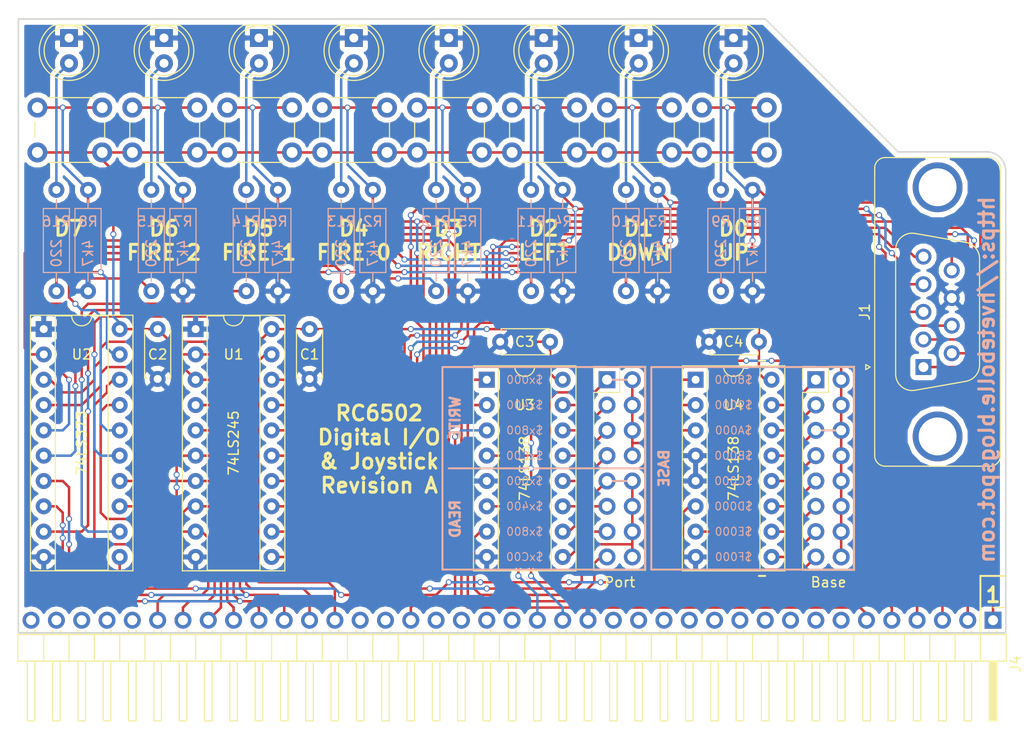
<source format=kicad_pcb>
(kicad_pcb (version 4) (host pcbnew 4.0.7)
  (layers (0 F.Cu signal) (31 B.Cu signal) (34 B.Paste user) (35 F.Paste user) (36 B.SilkS user) (37 F.SilkS user) (38 B.Mask user) (39 F.Mask user) (44 Edge.Cuts user))
  (net 0 "")
  (net 1 GND)
  (net 2 VCC)
  (net 3 "Net-(J2-Pad1)")
  (net 4 WRITE)
  (net 5 "Net-(J2-Pad3)")
  (net 6 "Net-(J2-Pad5)")
  (net 7 "Net-(J2-Pad7)")
  (net 8 "Net-(J2-Pad9)")
  (net 9 READ)
  (net 10 "Net-(J2-Pad11)")
  (net 11 "Net-(J2-Pad13)")
  (net 12 "Net-(J2-Pad15)")
  (net 13 "Net-(J3-Pad1)")
  (net 14 "Net-(J3-Pad10)")
  (net 15 "Net-(J3-Pad3)")
  (net 16 "Net-(J3-Pad5)")
  (net 17 "Net-(J3-Pad7)")
  (net 18 "Net-(J3-Pad9)")
  (net 19 "Net-(J3-Pad11)")
  (net 20 "Net-(J3-Pad13)")
  (net 21 "Net-(J3-Pad15)")
  (net 22 /A15)
  (net 23 /A14)
  (net 24 /A13)
  (net 25 /A12)
  (net 26 /A11)
  (net 27 /A10)
  (net 28 /Phi2)
  (net 29 /R/~W)
  (net 30 /D0)
  (net 31 /D1)
  (net 32 /D2)
  (net 33 /D3)
  (net 34 /D4)
  (net 35 /D5)
  (net 36 /D6)
  (net 37 /D7)
  (net 38 "Net-(D1-Pad2)")
  (net 39 "Net-(D2-Pad2)")
  (net 40 "Net-(D3-Pad2)")
  (net 41 "Net-(D4-Pad2)")
  (net 42 "Net-(D5-Pad2)")
  (net 43 "Net-(D6-Pad2)")
  (net 44 "Net-(D7-Pad2)")
  (net 45 "Net-(D8-Pad2)")
  (net 46 /IN_D0_UP)
  (net 47 /IN_D1_DOWN)
  (net 48 /IN_D2_LEFT)
  (net 49 /IN_D3_RIGHT)
  (net 50 /IN_D6_FIRE2)
  (net 51 /IN_D4_FIRE0)
  (net 52 /IN_D5_FIRE1)
  (net 53 /IN_D7)
  (net 54 /OUT_D0_UP)
  (net 55 /OUT_D1_DOWN)
  (net 56 /OUT_D2_LEFT)
  (net 57 /OUT_D3_RIGHT)
  (net 58 /OUT_D4_FIRE0)
  (net 59 /OUT_D5_FIRE1)
  (net 60 /OUT_D6_FIRE2)
  (net 61 /OUT_D7)
  (module Pin_Headers:Pin_Header_Straight_2x08_Pitch2.54mm (layer F.Cu) (at 135.255 117.475)
    (fp_text reference J2)
    (fp_text value Port (at 1.27 20.32) (layer F.SilkS))
    (pad 1 thru_hole rect (at 0 0) (size 1.7 1.7) (drill 1) (layers *.Cu *.Mask) (net 3 "Net-(J2-Pad1)"))
    (pad 2 thru_hole oval (at 2.54 0) (size 1.7 1.7) (drill 1) (layers *.Cu *.Mask) (net 4 WRITE))
    (pad 3 thru_hole oval (at 0 2.54) (size 1.7 1.7) (drill 1) (layers *.Cu *.Mask) (net 5 "Net-(J2-Pad3)"))
    (pad 4 thru_hole oval (at 2.54 2.54) (size 1.7 1.7) (drill 1) (layers *.Cu *.Mask) (net 4 WRITE))
    (pad 5 thru_hole oval (at 0 5.08) (size 1.7 1.7) (drill 1) (layers *.Cu *.Mask) (net 6 "Net-(J2-Pad5)"))
    (pad 6 thru_hole oval (at 2.54 5.08) (size 1.7 1.7) (drill 1) (layers *.Cu *.Mask) (net 4 WRITE))
    (pad 7 thru_hole oval (at 0 7.62) (size 1.7 1.7) (drill 1) (layers *.Cu *.Mask) (net 7 "Net-(J2-Pad7)"))
    (pad 8 thru_hole oval (at 2.54 7.62) (size 1.7 1.7) (drill 1) (layers *.Cu *.Mask) (net 4 WRITE))
    (pad 9 thru_hole oval (at 0 10.16) (size 1.7 1.7) (drill 1) (layers *.Cu *.Mask) (net 8 "Net-(J2-Pad9)"))
    (pad 10 thru_hole oval (at 2.54 10.16) (size 1.7 1.7) (drill 1) (layers *.Cu *.Mask) (net 9 READ))
    (pad 11 thru_hole oval (at 0 12.7) (size 1.7 1.7) (drill 1) (layers *.Cu *.Mask) (net 10 "Net-(J2-Pad11)"))
    (pad 12 thru_hole oval (at 2.54 12.7) (size 1.7 1.7) (drill 1) (layers *.Cu *.Mask) (net 9 READ))
    (pad 13 thru_hole oval (at 0 15.24) (size 1.7 1.7) (drill 1) (layers *.Cu *.Mask) (net 11 "Net-(J2-Pad13)"))
    (pad 14 thru_hole oval (at 2.54 15.24) (size 1.7 1.7) (drill 1) (layers *.Cu *.Mask) (net 9 READ))
    (pad 15 thru_hole oval (at 0 17.78) (size 1.7 1.7) (drill 1) (layers *.Cu *.Mask) (net 12 "Net-(J2-Pad15)"))
    (pad 16 thru_hole oval (at 2.54 17.78) (size 1.7 1.7) (drill 1) (layers *.Cu *.Mask) (net 9 READ))
  )
  (module Pin_Headers:Pin_Header_Straight_2x08_Pitch2.54mm (layer F.Cu) (at 156.21 117.475)
    (fp_text reference J3)
    (fp_text value Base (at 1.27 20.32) (layer F.SilkS))
    (pad 1 thru_hole rect (at 0 0) (size 1.7 1.7) (drill 1) (layers *.Cu *.Mask) (net 13 "Net-(J3-Pad1)"))
    (pad 2 thru_hole oval (at 2.54 0) (size 1.7 1.7) (drill 1) (layers *.Cu *.Mask) (net 14 "Net-(J3-Pad10)"))
    (pad 3 thru_hole oval (at 0 2.54) (size 1.7 1.7) (drill 1) (layers *.Cu *.Mask) (net 15 "Net-(J3-Pad3)"))
    (pad 4 thru_hole oval (at 2.54 2.54) (size 1.7 1.7) (drill 1) (layers *.Cu *.Mask) (net 14 "Net-(J3-Pad10)"))
    (pad 5 thru_hole oval (at 0 5.08) (size 1.7 1.7) (drill 1) (layers *.Cu *.Mask) (net 16 "Net-(J3-Pad5)"))
    (pad 6 thru_hole oval (at 2.54 5.08) (size 1.7 1.7) (drill 1) (layers *.Cu *.Mask) (net 14 "Net-(J3-Pad10)"))
    (pad 7 thru_hole oval (at 0 7.62) (size 1.7 1.7) (drill 1) (layers *.Cu *.Mask) (net 17 "Net-(J3-Pad7)"))
    (pad 8 thru_hole oval (at 2.54 7.62) (size 1.7 1.7) (drill 1) (layers *.Cu *.Mask) (net 14 "Net-(J3-Pad10)"))
    (pad 9 thru_hole oval (at 0 10.16) (size 1.7 1.7) (drill 1) (layers *.Cu *.Mask) (net 18 "Net-(J3-Pad9)"))
    (pad 10 thru_hole oval (at 2.54 10.16) (size 1.7 1.7) (drill 1) (layers *.Cu *.Mask) (net 14 "Net-(J3-Pad10)"))
    (pad 11 thru_hole oval (at 0 12.7) (size 1.7 1.7) (drill 1) (layers *.Cu *.Mask) (net 19 "Net-(J3-Pad11)"))
    (pad 12 thru_hole oval (at 2.54 12.7) (size 1.7 1.7) (drill 1) (layers *.Cu *.Mask) (net 14 "Net-(J3-Pad10)"))
    (pad 13 thru_hole oval (at 0 15.24) (size 1.7 1.7) (drill 1) (layers *.Cu *.Mask) (net 20 "Net-(J3-Pad13)"))
    (pad 14 thru_hole oval (at 2.54 15.24) (size 1.7 1.7) (drill 1) (layers *.Cu *.Mask) (net 14 "Net-(J3-Pad10)"))
    (pad 15 thru_hole oval (at 0 17.78) (size 1.7 1.7) (drill 1) (layers *.Cu *.Mask) (net 21 "Net-(J3-Pad15)"))
    (pad 16 thru_hole oval (at 2.54 17.78) (size 1.7 1.7) (drill 1) (layers *.Cu *.Mask) (net 14 "Net-(J3-Pad10)"))
  )
  (module Pin_Headers:Pin_Header_Angled_1x39_Pitch2.54mm (layer F.Cu) (at 173.99 141.605 270)
    (fp_text reference J4 (at 4.385 -2.27 270) (layer F.SilkS))
    (fp_text value RC6502_Backplane)
    (pad 1 thru_hole rect (at 0 0 270) (size 1.7 1.7) (drill 1) (layers *.Cu *.Mask) (net 22 /A15))
    (pad 2 thru_hole oval (at 0 2.54 270) (size 1.7 1.7) (drill 1) (layers *.Cu *.Mask) (net 23 /A14))
    (pad 3 thru_hole oval (at 0 5.08 270) (size 1.7 1.7) (drill 1) (layers *.Cu *.Mask) (net 24 /A13))
    (pad 4 thru_hole oval (at 0 7.62 270) (size 1.7 1.7) (drill 1) (layers *.Cu *.Mask) (net 25 /A12))
    (pad 5 thru_hole oval (at 0 10.16 270) (size 1.7 1.7) (drill 1) (layers *.Cu *.Mask) (net 26 /A11))
    (pad 6 thru_hole oval (at 0 12.7 270) (size 1.7 1.7) (drill 1) (layers *.Cu *.Mask) (net 27 /A10))
    (pad 7 thru_hole oval (at 0 15.24 270) (size 1.7 1.7) (drill 1) (layers *.Cu *.Mask))
    (pad 8 thru_hole oval (at 0 17.78 270) (size 1.7 1.7) (drill 1) (layers *.Cu *.Mask))
    (pad 9 thru_hole oval (at 0 20.32 270) (size 1.7 1.7) (drill 1) (layers *.Cu *.Mask))
    (pad 10 thru_hole oval (at 0 22.86 270) (size 1.7 1.7) (drill 1) (layers *.Cu *.Mask))
    (pad 11 thru_hole oval (at 0 25.4 270) (size 1.7 1.7) (drill 1) (layers *.Cu *.Mask))
    (pad 12 thru_hole oval (at 0 27.94 270) (size 1.7 1.7) (drill 1) (layers *.Cu *.Mask))
    (pad 13 thru_hole oval (at 0 30.48 270) (size 1.7 1.7) (drill 1) (layers *.Cu *.Mask))
    (pad 14 thru_hole oval (at 0 33.02 270) (size 1.7 1.7) (drill 1) (layers *.Cu *.Mask))
    (pad 15 thru_hole oval (at 0 35.56 270) (size 1.7 1.7) (drill 1) (layers *.Cu *.Mask))
    (pad 16 thru_hole oval (at 0 38.1 270) (size 1.7 1.7) (drill 1) (layers *.Cu *.Mask))
    (pad 17 thru_hole oval (at 0 40.64 270) (size 1.7 1.7) (drill 1) (layers *.Cu *.Mask) (net 1 GND))
    (pad 18 thru_hole oval (at 0 43.18 270) (size 1.7 1.7) (drill 1) (layers *.Cu *.Mask) (net 2 VCC))
    (pad 19 thru_hole oval (at 0 45.72 270) (size 1.7 1.7) (drill 1) (layers *.Cu *.Mask) (net 28 /Phi2))
    (pad 20 thru_hole oval (at 0 48.26 270) (size 1.7 1.7) (drill 1) (layers *.Cu *.Mask))
    (pad 21 thru_hole oval (at 0 50.8 270) (size 1.7 1.7) (drill 1) (layers *.Cu *.Mask))
    (pad 22 thru_hole oval (at 0 53.34 270) (size 1.7 1.7) (drill 1) (layers *.Cu *.Mask))
    (pad 23 thru_hole oval (at 0 55.88 270) (size 1.7 1.7) (drill 1) (layers *.Cu *.Mask))
    (pad 24 thru_hole oval (at 0 58.42 270) (size 1.7 1.7) (drill 1) (layers *.Cu *.Mask) (net 29 /R/~W))
    (pad 25 thru_hole oval (at 0 60.96 270) (size 1.7 1.7) (drill 1) (layers *.Cu *.Mask))
    (pad 26 thru_hole oval (at 0 63.5 270) (size 1.7 1.7) (drill 1) (layers *.Cu *.Mask))
    (pad 27 thru_hole oval (at 0 66.04 270) (size 1.7 1.7) (drill 1) (layers *.Cu *.Mask) (net 30 /D0))
    (pad 28 thru_hole oval (at 0 68.58 270) (size 1.7 1.7) (drill 1) (layers *.Cu *.Mask) (net 31 /D1))
    (pad 29 thru_hole oval (at 0 71.12 270) (size 1.7 1.7) (drill 1) (layers *.Cu *.Mask) (net 32 /D2))
    (pad 30 thru_hole oval (at 0 73.66 270) (size 1.7 1.7) (drill 1) (layers *.Cu *.Mask) (net 33 /D3))
    (pad 31 thru_hole oval (at 0 76.2 270) (size 1.7 1.7) (drill 1) (layers *.Cu *.Mask) (net 34 /D4))
    (pad 32 thru_hole oval (at 0 78.74 270) (size 1.7 1.7) (drill 1) (layers *.Cu *.Mask) (net 35 /D5))
    (pad 33 thru_hole oval (at 0 81.28 270) (size 1.7 1.7) (drill 1) (layers *.Cu *.Mask) (net 36 /D6))
    (pad 34 thru_hole oval (at 0 83.82 270) (size 1.7 1.7) (drill 1) (layers *.Cu *.Mask) (net 37 /D7))
    (pad 35 thru_hole oval (at 0 86.36 270) (size 1.7 1.7) (drill 1) (layers *.Cu *.Mask))
    (pad 36 thru_hole oval (at 0 88.9 270) (size 1.7 1.7) (drill 1) (layers *.Cu *.Mask))
    (pad 37 thru_hole oval (at 0 91.44 270) (size 1.7 1.7) (drill 1) (layers *.Cu *.Mask))
    (pad 38 thru_hole oval (at 0 93.98 270) (size 1.7 1.7) (drill 1) (layers *.Cu *.Mask))
    (pad 39 thru_hole oval (at 0 96.52 270) (size 1.7 1.7) (drill 1) (layers *.Cu *.Mask))
  )
  (module Resistors_THT:R_Axial_DIN0207_L6.3mm_D2.5mm_P10.16mm_Horizontal (layer B.Cu) (at 111.76 98.425 270)
    (fp_text reference R2 (at 3.175 0 540) (layer B.SilkS) (effects (justify mirror)))
    (fp_text value 4k7 (at 6.35 0 270) (layer B.SilkS) (effects (justify mirror)))
    (pad 1 thru_hole circle (at 0 0 270) (size 1.6 1.6) (drill 0.8) (layers *.Cu *.Mask) (net 51 /IN_D4_FIRE0))
    (pad 2 thru_hole oval (at 10.16 0 270) (size 1.6 1.6) (drill 0.8) (layers *.Cu *.Mask) (net 1 GND))
  )
  (module Capacitors_THT:C_Disc_D4.7mm_W2.5mm_P5.00mm (layer F.Cu) (at 105.41 112.395 270)
    (fp_text reference C1 (at 2.54 0 540) (layer F.SilkS))
    (fp_text value 100nF)
    (pad 1 thru_hole circle (at 0 0 270) (size 1.6 1.6) (drill 0.8) (layers *.Cu *.Mask) (net 2 VCC))
    (pad 2 thru_hole circle (at 5 0 270) (size 1.6 1.6) (drill 0.8) (layers *.Cu *.Mask) (net 1 GND))
  )
  (module Capacitors_THT:C_Disc_D4.7mm_W2.5mm_P5.00mm (layer F.Cu) (at 90.17 112.395 270)
    (fp_text reference C2 (at 2.54 0 360) (layer F.SilkS))
    (fp_text value 100nF)
    (pad 1 thru_hole circle (at 0 0 270) (size 1.6 1.6) (drill 0.8) (layers *.Cu *.Mask) (net 2 VCC))
    (pad 2 thru_hole circle (at 5 0 270) (size 1.6 1.6) (drill 0.8) (layers *.Cu *.Mask) (net 1 GND))
  )
  (module Capacitors_THT:C_Disc_D4.7mm_W2.5mm_P5.00mm (layer F.Cu) (at 129.54 113.665 180)
    (fp_text reference C3 (at 2.54 0 180) (layer F.SilkS))
    (fp_text value 100nF)
    (pad 1 thru_hole circle (at 0 0 180) (size 1.6 1.6) (drill 0.8) (layers *.Cu *.Mask) (net 2 VCC))
    (pad 2 thru_hole circle (at 5 0 180) (size 1.6 1.6) (drill 0.8) (layers *.Cu *.Mask) (net 1 GND))
  )
  (module Capacitors_THT:C_Disc_D4.7mm_W2.5mm_P5.00mm (layer F.Cu) (at 150.495 113.665 180)
    (fp_text reference C4 (at 2.54 0 180) (layer F.SilkS))
    (fp_text value 100nF)
    (pad 1 thru_hole circle (at 0 0 180) (size 1.6 1.6) (drill 0.8) (layers *.Cu *.Mask) (net 2 VCC))
    (pad 2 thru_hole circle (at 5 0 180) (size 1.6 1.6) (drill 0.8) (layers *.Cu *.Mask) (net 1 GND))
  )
  (module LEDs:LED_D5.0mm (layer F.Cu) (at 147.955 83.185 270)
    (fp_text reference D1 hide)
    (fp_text value LED_Small)
    (pad 1 thru_hole rect (at 0 0 270) (size 1.8 1.8) (drill 0.9) (layers *.Cu *.Mask) (net 1 GND))
    (pad 2 thru_hole circle (at 2.54 0 270) (size 1.8 1.8) (drill 0.9) (layers *.Cu *.Mask) (net 38 "Net-(D1-Pad2)"))
  )
  (module LEDs:LED_D5.0mm (layer F.Cu) (at 138.43 83.185 270)
    (fp_text reference D2 hide)
    (fp_text value LED_Small)
    (pad 1 thru_hole rect (at 0 0 270) (size 1.8 1.8) (drill 0.9) (layers *.Cu *.Mask) (net 1 GND))
    (pad 2 thru_hole circle (at 2.54 0 270) (size 1.8 1.8) (drill 0.9) (layers *.Cu *.Mask) (net 39 "Net-(D2-Pad2)"))
  )
  (module LEDs:LED_D5.0mm (layer F.Cu) (at 128.905 83.185 270)
    (fp_text reference D3 hide)
    (fp_text value LED_Small)
    (pad 1 thru_hole rect (at 0 0 270) (size 1.8 1.8) (drill 0.9) (layers *.Cu *.Mask) (net 1 GND))
    (pad 2 thru_hole circle (at 2.54 0 270) (size 1.8 1.8) (drill 0.9) (layers *.Cu *.Mask) (net 40 "Net-(D3-Pad2)"))
  )
  (module LEDs:LED_D5.0mm (layer F.Cu) (at 119.38 83.185 270)
    (fp_text reference D4 hide)
    (fp_text value LED_Small)
    (pad 1 thru_hole rect (at 0 0 270) (size 1.8 1.8) (drill 0.9) (layers *.Cu *.Mask) (net 1 GND))
    (pad 2 thru_hole circle (at 2.54 0 270) (size 1.8 1.8) (drill 0.9) (layers *.Cu *.Mask) (net 41 "Net-(D4-Pad2)"))
  )
  (module LEDs:LED_D5.0mm (layer F.Cu) (at 109.855 83.185 270)
    (fp_text reference D5 hide)
    (fp_text value LED_Small)
    (pad 1 thru_hole rect (at 0 0 270) (size 1.8 1.8) (drill 0.9) (layers *.Cu *.Mask) (net 1 GND))
    (pad 2 thru_hole circle (at 2.54 0 270) (size 1.8 1.8) (drill 0.9) (layers *.Cu *.Mask) (net 42 "Net-(D5-Pad2)"))
  )
  (module LEDs:LED_D5.0mm (layer F.Cu) (at 100.33 83.185 270)
    (fp_text reference D6 hide)
    (fp_text value LED_Small)
    (pad 1 thru_hole rect (at 0 0 270) (size 1.8 1.8) (drill 0.9) (layers *.Cu *.Mask) (net 1 GND))
    (pad 2 thru_hole circle (at 2.54 0 270) (size 1.8 1.8) (drill 0.9) (layers *.Cu *.Mask) (net 43 "Net-(D6-Pad2)"))
  )
  (module LEDs:LED_D5.0mm (layer F.Cu) (at 90.805 83.185 270)
    (fp_text reference D7 hide)
    (fp_text value LED_Small)
    (pad 1 thru_hole rect (at 0 0 270) (size 1.8 1.8) (drill 0.9) (layers *.Cu *.Mask) (net 1 GND))
    (pad 2 thru_hole circle (at 2.54 0 270) (size 1.8 1.8) (drill 0.9) (layers *.Cu *.Mask) (net 44 "Net-(D7-Pad2)"))
  )
  (module LEDs:LED_D5.0mm (layer F.Cu) (at 81.28 83.185 270)
    (fp_text reference D8 hide)
    (fp_text value LED_Small)
    (pad 1 thru_hole rect (at 0 0 270) (size 1.8 1.8) (drill 0.9) (layers *.Cu *.Mask) (net 1 GND))
    (pad 2 thru_hole circle (at 2.54 0 270) (size 1.8 1.8) (drill 0.9) (layers *.Cu *.Mask) (net 45 "Net-(D8-Pad2)"))
  )
  (module RND_DSUB:DSUB-9_Male_Vertical_Pitch2.77x2.84mm (layer F.Cu) (at 167.005 116.205 90)
    (fp_text reference J1 (at 5.54 -5.89 90) (layer F.SilkS))
    (fp_text value Atari_Joystick)
    (pad 1 thru_hole rect (at 0 0 90) (size 1.6 1.6) (drill 1) (layers *.Cu *.Mask) (net 46 /IN_D0_UP))
    (pad 2 thru_hole circle (at 2.77 0 90) (size 1.6 1.6) (drill 1) (layers *.Cu *.Mask) (net 47 /IN_D1_DOWN))
    (pad 3 thru_hole circle (at 5.54 0 90) (size 1.6 1.6) (drill 1) (layers *.Cu *.Mask) (net 48 /IN_D2_LEFT))
    (pad 4 thru_hole circle (at 8.31 0 90) (size 1.6 1.6) (drill 1) (layers *.Cu *.Mask) (net 49 /IN_D3_RIGHT))
    (pad 5 thru_hole circle (at 11.08 0 90) (size 1.6 1.6) (drill 1) (layers *.Cu *.Mask) (net 50 /IN_D6_FIRE2))
    (pad 6 thru_hole circle (at 1.385 2.84 90) (size 1.6 1.6) (drill 1) (layers *.Cu *.Mask) (net 51 /IN_D4_FIRE0))
    (pad 7 thru_hole circle (at 4.155 2.84 90) (size 1.6 1.6) (drill 1) (layers *.Cu *.Mask) (net 2 VCC))
    (pad 8 thru_hole circle (at 6.925 2.84 90) (size 1.6 1.6) (drill 1) (layers *.Cu *.Mask) (net 1 GND))
    (pad 9 thru_hole circle (at 9.695 2.84 90) (size 1.6 1.6) (drill 1) (layers *.Cu *.Mask) (net 52 /IN_D5_FIRE1))
    (pad "" np_thru_hole circle (at 18.04 1.42 90) (size 5 5) (drill 3.8) (layers *.Cu *.Mask))
    (pad "" np_thru_hole circle (at -6.96 1.42 90) (size 5 5) (drill 3.8) (layers *.Cu *.Mask))
  )
  (module Resistors_THT:R_Axial_DIN0207_L6.3mm_D2.5mm_P10.16mm_Horizontal (layer B.Cu) (at 149.86 98.425 270)
    (fp_text reference R1 (at 3.175 0 540) (layer B.SilkS) (effects (justify mirror)))
    (fp_text value 4k7 (at 6.35 0 270) (layer B.SilkS) (effects (justify mirror)))
    (pad 1 thru_hole circle (at 0 0 270) (size 1.6 1.6) (drill 0.8) (layers *.Cu *.Mask) (net 46 /IN_D0_UP))
    (pad 2 thru_hole oval (at 10.16 0 270) (size 1.6 1.6) (drill 0.8) (layers *.Cu *.Mask) (net 1 GND))
  )
  (module Resistors_THT:R_Axial_DIN0207_L6.3mm_D2.5mm_P10.16mm_Horizontal (layer B.Cu) (at 140.335 98.425 270)
    (fp_text reference R3 (at 3.175 0 540) (layer B.SilkS) (effects (justify mirror)))
    (fp_text value 4k7 (at 6.35 0 270) (layer B.SilkS) (effects (justify mirror)))
    (pad 1 thru_hole circle (at 0 0 270) (size 1.6 1.6) (drill 0.8) (layers *.Cu *.Mask) (net 47 /IN_D1_DOWN))
    (pad 2 thru_hole oval (at 10.16 0 270) (size 1.6 1.6) (drill 0.8) (layers *.Cu *.Mask) (net 1 GND))
  )
  (module Resistors_THT:R_Axial_DIN0207_L6.3mm_D2.5mm_P10.16mm_Horizontal (layer B.Cu) (at 130.81 98.425 270)
    (fp_text reference R4 (at 3.175 0 540) (layer B.SilkS) (effects (justify mirror)))
    (fp_text value 4k7 (at 6.35 0 270) (layer B.SilkS) (effects (justify mirror)))
    (pad 1 thru_hole circle (at 0 0 270) (size 1.6 1.6) (drill 0.8) (layers *.Cu *.Mask) (net 48 /IN_D2_LEFT))
    (pad 2 thru_hole oval (at 10.16 0 270) (size 1.6 1.6) (drill 0.8) (layers *.Cu *.Mask) (net 1 GND))
  )
  (module Resistors_THT:R_Axial_DIN0207_L6.3mm_D2.5mm_P10.16mm_Horizontal (layer B.Cu) (at 121.285 98.425 270)
    (fp_text reference R5 (at 3.175 0 540) (layer B.SilkS) (effects (justify mirror)))
    (fp_text value 4k7 (at 6.35 0 270) (layer B.SilkS) (effects (justify mirror)))
    (pad 1 thru_hole circle (at 0 0 270) (size 1.6 1.6) (drill 0.8) (layers *.Cu *.Mask) (net 49 /IN_D3_RIGHT))
    (pad 2 thru_hole oval (at 10.16 0 270) (size 1.6 1.6) (drill 0.8) (layers *.Cu *.Mask) (net 1 GND))
  )
  (module Resistors_THT:R_Axial_DIN0207_L6.3mm_D2.5mm_P10.16mm_Horizontal (layer B.Cu) (at 102.235 98.425 270)
    (fp_text reference R6 (at 3.175 0 540) (layer B.SilkS) (effects (justify mirror)))
    (fp_text value 4k7 (at 6.35 0 270) (layer B.SilkS) (effects (justify mirror)))
    (pad 1 thru_hole circle (at 0 0 270) (size 1.6 1.6) (drill 0.8) (layers *.Cu *.Mask) (net 52 /IN_D5_FIRE1))
    (pad 2 thru_hole oval (at 10.16 0 270) (size 1.6 1.6) (drill 0.8) (layers *.Cu *.Mask) (net 1 GND))
  )
  (module Resistors_THT:R_Axial_DIN0207_L6.3mm_D2.5mm_P10.16mm_Horizontal (layer B.Cu) (at 92.71 98.425 270)
    (fp_text reference R7 (at 3.175 0 540) (layer B.SilkS) (effects (justify mirror)))
    (fp_text value 4k7 (at 6.35 0 270) (layer B.SilkS) (effects (justify mirror)))
    (pad 1 thru_hole circle (at 0 0 270) (size 1.6 1.6) (drill 0.8) (layers *.Cu *.Mask) (net 50 /IN_D6_FIRE2))
    (pad 2 thru_hole oval (at 10.16 0 270) (size 1.6 1.6) (drill 0.8) (layers *.Cu *.Mask) (net 1 GND))
  )
  (module Resistors_THT:R_Axial_DIN0207_L6.3mm_D2.5mm_P10.16mm_Horizontal (layer B.Cu) (at 83.185 98.425 270)
    (fp_text reference R8 (at 3.175 0 540) (layer B.SilkS) (effects (justify mirror)))
    (fp_text value 4k7 (at 6.35 0 270) (layer B.SilkS) (effects (justify mirror)))
    (pad 1 thru_hole circle (at 0 0 270) (size 1.6 1.6) (drill 0.8) (layers *.Cu *.Mask) (net 53 /IN_D7))
    (pad 2 thru_hole oval (at 10.16 0 270) (size 1.6 1.6) (drill 0.8) (layers *.Cu *.Mask) (net 1 GND))
  )
  (module Resistors_THT:R_Axial_DIN0207_L6.3mm_D2.5mm_P10.16mm_Horizontal (layer B.Cu) (at 146.685 98.425 270)
    (fp_text reference R9 (at 3.175 0 540) (layer B.SilkS) (effects (justify mirror)))
    (fp_text value 220 (at 6.35 0 270) (layer B.SilkS) (effects (justify mirror)))
    (pad 1 thru_hole circle (at 0 0 270) (size 1.6 1.6) (drill 0.8) (layers *.Cu *.Mask) (net 38 "Net-(D1-Pad2)"))
    (pad 2 thru_hole oval (at 10.16 0 270) (size 1.6 1.6) (drill 0.8) (layers *.Cu *.Mask) (net 54 /OUT_D0_UP))
  )
  (module Resistors_THT:R_Axial_DIN0207_L6.3mm_D2.5mm_P10.16mm_Horizontal (layer B.Cu) (at 137.16 98.425 270)
    (fp_text reference R10 (at 3.175 0 540) (layer B.SilkS) (effects (justify mirror)))
    (fp_text value 220 (at 6.35 0 270) (layer B.SilkS) (effects (justify mirror)))
    (pad 1 thru_hole circle (at 0 0 270) (size 1.6 1.6) (drill 0.8) (layers *.Cu *.Mask) (net 39 "Net-(D2-Pad2)"))
    (pad 2 thru_hole oval (at 10.16 0 270) (size 1.6 1.6) (drill 0.8) (layers *.Cu *.Mask) (net 55 /OUT_D1_DOWN))
  )
  (module Resistors_THT:R_Axial_DIN0207_L6.3mm_D2.5mm_P10.16mm_Horizontal (layer B.Cu) (at 127.635 98.425 270)
    (fp_text reference R11 (at 3.175 0 540) (layer B.SilkS) (effects (justify mirror)))
    (fp_text value 220 (at 6.35 0 270) (layer B.SilkS) (effects (justify mirror)))
    (pad 1 thru_hole circle (at 0 0 270) (size 1.6 1.6) (drill 0.8) (layers *.Cu *.Mask) (net 40 "Net-(D3-Pad2)"))
    (pad 2 thru_hole oval (at 10.16 0 270) (size 1.6 1.6) (drill 0.8) (layers *.Cu *.Mask) (net 56 /OUT_D2_LEFT))
  )
  (module Resistors_THT:R_Axial_DIN0207_L6.3mm_D2.5mm_P10.16mm_Horizontal (layer B.Cu) (at 118.11 98.425 270)
    (fp_text reference R12 (at 3.175 0 540) (layer B.SilkS) (effects (justify mirror)))
    (fp_text value 220 (at 6.35 0 270) (layer B.SilkS) (effects (justify mirror)))
    (pad 1 thru_hole circle (at 0 0 270) (size 1.6 1.6) (drill 0.8) (layers *.Cu *.Mask) (net 41 "Net-(D4-Pad2)"))
    (pad 2 thru_hole oval (at 10.16 0 270) (size 1.6 1.6) (drill 0.8) (layers *.Cu *.Mask) (net 57 /OUT_D3_RIGHT))
  )
  (module Resistors_THT:R_Axial_DIN0207_L6.3mm_D2.5mm_P10.16mm_Horizontal (layer B.Cu) (at 108.585 98.425 270)
    (fp_text reference R13 (at 3.175 0 540) (layer B.SilkS) (effects (justify mirror)))
    (fp_text value 220 (at 6.35 0 270) (layer B.SilkS) (effects (justify mirror)))
    (pad 1 thru_hole circle (at 0 0 270) (size 1.6 1.6) (drill 0.8) (layers *.Cu *.Mask) (net 42 "Net-(D5-Pad2)"))
    (pad 2 thru_hole oval (at 10.16 0 270) (size 1.6 1.6) (drill 0.8) (layers *.Cu *.Mask) (net 58 /OUT_D4_FIRE0))
  )
  (module Resistors_THT:R_Axial_DIN0207_L6.3mm_D2.5mm_P10.16mm_Horizontal (layer B.Cu) (at 99.06 98.425 270)
    (fp_text reference R14 (at 3.175 0 540) (layer B.SilkS) (effects (justify mirror)))
    (fp_text value 220 (at 6.35 0 270) (layer B.SilkS) (effects (justify mirror)))
    (pad 1 thru_hole circle (at 0 0 270) (size 1.6 1.6) (drill 0.8) (layers *.Cu *.Mask) (net 43 "Net-(D6-Pad2)"))
    (pad 2 thru_hole oval (at 10.16 0 270) (size 1.6 1.6) (drill 0.8) (layers *.Cu *.Mask) (net 59 /OUT_D5_FIRE1))
  )
  (module Resistors_THT:R_Axial_DIN0207_L6.3mm_D2.5mm_P10.16mm_Horizontal (layer B.Cu) (at 89.535 98.425 270)
    (fp_text reference R15 (at 3.175 0 540) (layer B.SilkS) (effects (justify mirror)))
    (fp_text value 220 (at 6.35 0 270) (layer B.SilkS) (effects (justify mirror)))
    (pad 1 thru_hole circle (at 0 0 270) (size 1.6 1.6) (drill 0.8) (layers *.Cu *.Mask) (net 44 "Net-(D7-Pad2)"))
    (pad 2 thru_hole oval (at 10.16 0 270) (size 1.6 1.6) (drill 0.8) (layers *.Cu *.Mask) (net 60 /OUT_D6_FIRE2))
  )
  (module Resistors_THT:R_Axial_DIN0207_L6.3mm_D2.5mm_P10.16mm_Horizontal (layer B.Cu) (at 80.01 98.425 270)
    (fp_text reference R16 (at 3.175 0 540) (layer B.SilkS) (effects (justify mirror)))
    (fp_text value 220 (at 6.35 0 270) (layer B.SilkS) (effects (justify mirror)))
    (pad 1 thru_hole circle (at 0 0 270) (size 1.6 1.6) (drill 0.8) (layers *.Cu *.Mask) (net 45 "Net-(D8-Pad2)"))
    (pad 2 thru_hole oval (at 10.16 0 270) (size 1.6 1.6) (drill 0.8) (layers *.Cu *.Mask) (net 61 /OUT_D7))
  )
  (module Buttons_Switches_THT:SW_PUSH_6mm_h5mm (layer F.Cu) (at 144.78 90.17)
    (fp_text reference SW1 hide)
    (fp_text value SW_Push hide)
    (pad 2 thru_hole circle (at 0 4.5 90) (size 2 2) (drill 1.1) (layers *.Cu *.Mask) (net 2 VCC))
    (pad 1 thru_hole circle (at 0 0 90) (size 2 2) (drill 1.1) (layers *.Cu *.Mask) (net 46 /IN_D0_UP))
    (pad 2 thru_hole circle (at 6.5 4.5 90) (size 2 2) (drill 1.1) (layers *.Cu *.Mask) (net 2 VCC))
    (pad 1 thru_hole circle (at 6.5 0 90) (size 2 2) (drill 1.1) (layers *.Cu *.Mask) (net 46 /IN_D0_UP))
  )
  (module Buttons_Switches_THT:SW_PUSH_6mm_h5mm (layer F.Cu) (at 135.255 90.17)
    (fp_text reference SW2 hide)
    (fp_text value SW_Push hide)
    (pad 2 thru_hole circle (at 0 4.5 90) (size 2 2) (drill 1.1) (layers *.Cu *.Mask) (net 2 VCC))
    (pad 1 thru_hole circle (at 0 0 90) (size 2 2) (drill 1.1) (layers *.Cu *.Mask) (net 47 /IN_D1_DOWN))
    (pad 2 thru_hole circle (at 6.5 4.5 90) (size 2 2) (drill 1.1) (layers *.Cu *.Mask) (net 2 VCC))
    (pad 1 thru_hole circle (at 6.5 0 90) (size 2 2) (drill 1.1) (layers *.Cu *.Mask) (net 47 /IN_D1_DOWN))
  )
  (module Buttons_Switches_THT:SW_PUSH_6mm_h5mm (layer F.Cu) (at 125.73 90.17)
    (fp_text reference SW3 hide)
    (fp_text value SW_Push hide)
    (pad 2 thru_hole circle (at 0 4.5 90) (size 2 2) (drill 1.1) (layers *.Cu *.Mask) (net 2 VCC))
    (pad 1 thru_hole circle (at 0 0 90) (size 2 2) (drill 1.1) (layers *.Cu *.Mask) (net 48 /IN_D2_LEFT))
    (pad 2 thru_hole circle (at 6.5 4.5 90) (size 2 2) (drill 1.1) (layers *.Cu *.Mask) (net 2 VCC))
    (pad 1 thru_hole circle (at 6.5 0 90) (size 2 2) (drill 1.1) (layers *.Cu *.Mask) (net 48 /IN_D2_LEFT))
  )
  (module Buttons_Switches_THT:SW_PUSH_6mm_h5mm (layer F.Cu) (at 116.205 90.17)
    (fp_text reference SW4 hide)
    (fp_text value SW_Push hide)
    (pad 2 thru_hole circle (at 0 4.5 90) (size 2 2) (drill 1.1) (layers *.Cu *.Mask) (net 2 VCC))
    (pad 1 thru_hole circle (at 0 0 90) (size 2 2) (drill 1.1) (layers *.Cu *.Mask) (net 49 /IN_D3_RIGHT))
    (pad 2 thru_hole circle (at 6.5 4.5 90) (size 2 2) (drill 1.1) (layers *.Cu *.Mask) (net 2 VCC))
    (pad 1 thru_hole circle (at 6.5 0 90) (size 2 2) (drill 1.1) (layers *.Cu *.Mask) (net 49 /IN_D3_RIGHT))
  )
  (module Buttons_Switches_THT:SW_PUSH_6mm_h5mm (layer F.Cu) (at 106.68 90.17)
    (fp_text reference SW5 hide)
    (fp_text value SW_Push hide)
    (pad 2 thru_hole circle (at 0 4.5 90) (size 2 2) (drill 1.1) (layers *.Cu *.Mask) (net 2 VCC))
    (pad 1 thru_hole circle (at 0 0 90) (size 2 2) (drill 1.1) (layers *.Cu *.Mask) (net 51 /IN_D4_FIRE0))
    (pad 2 thru_hole circle (at 6.5 4.5 90) (size 2 2) (drill 1.1) (layers *.Cu *.Mask) (net 2 VCC))
    (pad 1 thru_hole circle (at 6.5 0 90) (size 2 2) (drill 1.1) (layers *.Cu *.Mask) (net 51 /IN_D4_FIRE0))
  )
  (module Buttons_Switches_THT:SW_PUSH_6mm_h5mm (layer F.Cu) (at 97.155 90.17)
    (fp_text reference SW6 hide)
    (fp_text value SW_Push hide)
    (pad 2 thru_hole circle (at 0 4.5 90) (size 2 2) (drill 1.1) (layers *.Cu *.Mask) (net 2 VCC))
    (pad 1 thru_hole circle (at 0 0 90) (size 2 2) (drill 1.1) (layers *.Cu *.Mask) (net 52 /IN_D5_FIRE1))
    (pad 2 thru_hole circle (at 6.5 4.5 90) (size 2 2) (drill 1.1) (layers *.Cu *.Mask) (net 2 VCC))
    (pad 1 thru_hole circle (at 6.5 0 90) (size 2 2) (drill 1.1) (layers *.Cu *.Mask) (net 52 /IN_D5_FIRE1))
  )
  (module Buttons_Switches_THT:SW_PUSH_6mm_h5mm (layer F.Cu) (at 87.63 90.17)
    (fp_text reference SW7 hide)
    (fp_text value SW_Push hide)
    (pad 2 thru_hole circle (at 0 4.5 90) (size 2 2) (drill 1.1) (layers *.Cu *.Mask) (net 2 VCC))
    (pad 1 thru_hole circle (at 0 0 90) (size 2 2) (drill 1.1) (layers *.Cu *.Mask) (net 50 /IN_D6_FIRE2))
    (pad 2 thru_hole circle (at 6.5 4.5 90) (size 2 2) (drill 1.1) (layers *.Cu *.Mask) (net 2 VCC))
    (pad 1 thru_hole circle (at 6.5 0 90) (size 2 2) (drill 1.1) (layers *.Cu *.Mask) (net 50 /IN_D6_FIRE2))
  )
  (module Buttons_Switches_THT:SW_PUSH_6mm_h5mm (layer F.Cu) (at 78.105 90.17)
    (fp_text reference SW8 hide)
    (fp_text value SW_Push hide)
    (pad 2 thru_hole circle (at 0 4.5 90) (size 2 2) (drill 1.1) (layers *.Cu *.Mask) (net 2 VCC))
    (pad 1 thru_hole circle (at 0 0 90) (size 2 2) (drill 1.1) (layers *.Cu *.Mask) (net 53 /IN_D7))
    (pad 2 thru_hole circle (at 6.5 4.5 90) (size 2 2) (drill 1.1) (layers *.Cu *.Mask) (net 2 VCC))
    (pad 1 thru_hole circle (at 6.5 0 90) (size 2 2) (drill 1.1) (layers *.Cu *.Mask) (net 53 /IN_D7))
  )
  (module Housings_DIP:DIP-20_W7.62mm_Socket (layer F.Cu) (at 93.98 112.395)
    (fp_text reference U1 (at 3.81 2.54) (layer F.SilkS))
    (fp_text value 74LS245 (at 3.81 11.43 90) (layer F.SilkS))
    (pad 1 thru_hole rect (at 0 0) (size 1.6 1.6) (drill 0.8) (layers *.Cu *.Mask) (net 1 GND))
    (pad 11 thru_hole oval (at 7.62 22.86) (size 1.6 1.6) (drill 0.8) (layers *.Cu *.Mask) (net 53 /IN_D7))
    (pad 2 thru_hole oval (at 0 2.54) (size 1.6 1.6) (drill 0.8) (layers *.Cu *.Mask) (net 30 /D0))
    (pad 12 thru_hole oval (at 7.62 20.32) (size 1.6 1.6) (drill 0.8) (layers *.Cu *.Mask) (net 50 /IN_D6_FIRE2))
    (pad 3 thru_hole oval (at 0 5.08) (size 1.6 1.6) (drill 0.8) (layers *.Cu *.Mask) (net 31 /D1))
    (pad 13 thru_hole oval (at 7.62 17.78) (size 1.6 1.6) (drill 0.8) (layers *.Cu *.Mask) (net 52 /IN_D5_FIRE1))
    (pad 4 thru_hole oval (at 0 7.62) (size 1.6 1.6) (drill 0.8) (layers *.Cu *.Mask) (net 32 /D2))
    (pad 14 thru_hole oval (at 7.62 15.24) (size 1.6 1.6) (drill 0.8) (layers *.Cu *.Mask) (net 51 /IN_D4_FIRE0))
    (pad 5 thru_hole oval (at 0 10.16) (size 1.6 1.6) (drill 0.8) (layers *.Cu *.Mask) (net 33 /D3))
    (pad 15 thru_hole oval (at 7.62 12.7) (size 1.6 1.6) (drill 0.8) (layers *.Cu *.Mask) (net 49 /IN_D3_RIGHT))
    (pad 6 thru_hole oval (at 0 12.7) (size 1.6 1.6) (drill 0.8) (layers *.Cu *.Mask) (net 34 /D4))
    (pad 16 thru_hole oval (at 7.62 10.16) (size 1.6 1.6) (drill 0.8) (layers *.Cu *.Mask) (net 48 /IN_D2_LEFT))
    (pad 7 thru_hole oval (at 0 15.24) (size 1.6 1.6) (drill 0.8) (layers *.Cu *.Mask) (net 35 /D5))
    (pad 17 thru_hole oval (at 7.62 7.62) (size 1.6 1.6) (drill 0.8) (layers *.Cu *.Mask) (net 47 /IN_D1_DOWN))
    (pad 8 thru_hole oval (at 0 17.78) (size 1.6 1.6) (drill 0.8) (layers *.Cu *.Mask) (net 36 /D6))
    (pad 18 thru_hole oval (at 7.62 5.08) (size 1.6 1.6) (drill 0.8) (layers *.Cu *.Mask) (net 46 /IN_D0_UP))
    (pad 9 thru_hole oval (at 0 20.32) (size 1.6 1.6) (drill 0.8) (layers *.Cu *.Mask) (net 37 /D7))
    (pad 19 thru_hole oval (at 7.62 2.54) (size 1.6 1.6) (drill 0.8) (layers *.Cu *.Mask) (net 9 READ))
    (pad 10 thru_hole oval (at 0 22.86) (size 1.6 1.6) (drill 0.8) (layers *.Cu *.Mask) (net 1 GND))
    (pad 20 thru_hole oval (at 7.62 0) (size 1.6 1.6) (drill 0.8) (layers *.Cu *.Mask) (net 2 VCC))
  )
  (module Housings_DIP:DIP-20_W7.62mm_Socket (layer F.Cu) (at 78.74 112.395)
    (fp_text reference U2 (at 3.81 2.54) (layer F.SilkS))
    (fp_text value 74LS373 (at 3.81 11.43 90) (layer F.SilkS))
    (pad 1 thru_hole rect (at 0 0) (size 1.6 1.6) (drill 0.8) (layers *.Cu *.Mask) (net 1 GND))
    (pad 11 thru_hole oval (at 7.62 22.86) (size 1.6 1.6) (drill 0.8) (layers *.Cu *.Mask) (net 4 WRITE))
    (pad 2 thru_hole oval (at 0 2.54) (size 1.6 1.6) (drill 0.8) (layers *.Cu *.Mask) (net 54 /OUT_D0_UP))
    (pad 12 thru_hole oval (at 7.62 20.32) (size 1.6 1.6) (drill 0.8) (layers *.Cu *.Mask) (net 58 /OUT_D4_FIRE0))
    (pad 3 thru_hole oval (at 0 5.08) (size 1.6 1.6) (drill 0.8) (layers *.Cu *.Mask) (net 30 /D0))
    (pad 13 thru_hole oval (at 7.62 17.78) (size 1.6 1.6) (drill 0.8) (layers *.Cu *.Mask) (net 34 /D4))
    (pad 4 thru_hole oval (at 0 7.62) (size 1.6 1.6) (drill 0.8) (layers *.Cu *.Mask) (net 31 /D1))
    (pad 14 thru_hole oval (at 7.62 15.24) (size 1.6 1.6) (drill 0.8) (layers *.Cu *.Mask) (net 35 /D5))
    (pad 5 thru_hole oval (at 0 10.16) (size 1.6 1.6) (drill 0.8) (layers *.Cu *.Mask) (net 55 /OUT_D1_DOWN))
    (pad 15 thru_hole oval (at 7.62 12.7) (size 1.6 1.6) (drill 0.8) (layers *.Cu *.Mask) (net 59 /OUT_D5_FIRE1))
    (pad 6 thru_hole oval (at 0 12.7) (size 1.6 1.6) (drill 0.8) (layers *.Cu *.Mask) (net 56 /OUT_D2_LEFT))
    (pad 16 thru_hole oval (at 7.62 10.16) (size 1.6 1.6) (drill 0.8) (layers *.Cu *.Mask) (net 60 /OUT_D6_FIRE2))
    (pad 7 thru_hole oval (at 0 15.24) (size 1.6 1.6) (drill 0.8) (layers *.Cu *.Mask) (net 32 /D2))
    (pad 17 thru_hole oval (at 7.62 7.62) (size 1.6 1.6) (drill 0.8) (layers *.Cu *.Mask) (net 36 /D6))
    (pad 8 thru_hole oval (at 0 17.78) (size 1.6 1.6) (drill 0.8) (layers *.Cu *.Mask) (net 33 /D3))
    (pad 18 thru_hole oval (at 7.62 5.08) (size 1.6 1.6) (drill 0.8) (layers *.Cu *.Mask) (net 37 /D7))
    (pad 9 thru_hole oval (at 0 20.32) (size 1.6 1.6) (drill 0.8) (layers *.Cu *.Mask) (net 57 /OUT_D3_RIGHT))
    (pad 19 thru_hole oval (at 7.62 2.54) (size 1.6 1.6) (drill 0.8) (layers *.Cu *.Mask) (net 61 /OUT_D7))
    (pad 10 thru_hole oval (at 0 22.86) (size 1.6 1.6) (drill 0.8) (layers *.Cu *.Mask) (net 1 GND))
    (pad 20 thru_hole oval (at 7.62 0) (size 1.6 1.6) (drill 0.8) (layers *.Cu *.Mask) (net 2 VCC))
  )
  (module Housings_DIP:DIP-16_W7.62mm_Socket (layer F.Cu) (at 123.19 117.475)
    (fp_text reference U3 (at 3.81 2.54) (layer F.SilkS))
    (fp_text value 74LS138 (at 3.81 8.89 90) (layer F.SilkS))
    (pad 1 thru_hole rect (at 0 0) (size 1.6 1.6) (drill 0.8) (layers *.Cu *.Mask) (net 27 /A10))
    (pad 9 thru_hole oval (at 7.62 17.78) (size 1.6 1.6) (drill 0.8) (layers *.Cu *.Mask) (net 11 "Net-(J2-Pad13)"))
    (pad 2 thru_hole oval (at 0 2.54) (size 1.6 1.6) (drill 0.8) (layers *.Cu *.Mask) (net 26 /A11))
    (pad 10 thru_hole oval (at 7.62 15.24) (size 1.6 1.6) (drill 0.8) (layers *.Cu *.Mask) (net 10 "Net-(J2-Pad11)"))
    (pad 3 thru_hole oval (at 0 5.08) (size 1.6 1.6) (drill 0.8) (layers *.Cu *.Mask) (net 29 /R/~W))
    (pad 11 thru_hole oval (at 7.62 12.7) (size 1.6 1.6) (drill 0.8) (layers *.Cu *.Mask) (net 8 "Net-(J2-Pad9)"))
    (pad 4 thru_hole oval (at 0 7.62) (size 1.6 1.6) (drill 0.8) (layers *.Cu *.Mask) (net 14 "Net-(J3-Pad10)"))
    (pad 12 thru_hole oval (at 7.62 10.16) (size 1.6 1.6) (drill 0.8) (layers *.Cu *.Mask) (net 7 "Net-(J2-Pad7)"))
    (pad 5 thru_hole oval (at 0 10.16) (size 1.6 1.6) (drill 0.8) (layers *.Cu *.Mask) (net 1 GND))
    (pad 13 thru_hole oval (at 7.62 7.62) (size 1.6 1.6) (drill 0.8) (layers *.Cu *.Mask) (net 6 "Net-(J2-Pad5)"))
    (pad 6 thru_hole oval (at 0 12.7) (size 1.6 1.6) (drill 0.8) (layers *.Cu *.Mask) (net 28 /Phi2))
    (pad 14 thru_hole oval (at 7.62 5.08) (size 1.6 1.6) (drill 0.8) (layers *.Cu *.Mask) (net 5 "Net-(J2-Pad3)"))
    (pad 7 thru_hole oval (at 0 15.24) (size 1.6 1.6) (drill 0.8) (layers *.Cu *.Mask) (net 12 "Net-(J2-Pad15)"))
    (pad 15 thru_hole oval (at 7.62 2.54) (size 1.6 1.6) (drill 0.8) (layers *.Cu *.Mask) (net 3 "Net-(J2-Pad1)"))
    (pad 8 thru_hole oval (at 0 17.78) (size 1.6 1.6) (drill 0.8) (layers *.Cu *.Mask) (net 1 GND))
    (pad 16 thru_hole oval (at 7.62 0) (size 1.6 1.6) (drill 0.8) (layers *.Cu *.Mask) (net 2 VCC))
  )
  (module Housings_DIP:DIP-16_W7.62mm_Socket (layer F.Cu) (at 144.145 117.475)
    (fp_text reference U4 (at 3.81 2.54) (layer F.SilkS))
    (fp_text value 74LS138 (at 3.81 8.89 90) (layer F.SilkS))
    (pad 1 thru_hole rect (at 0 0) (size 1.6 1.6) (drill 0.8) (layers *.Cu *.Mask) (net 25 /A12))
    (pad 9 thru_hole oval (at 7.62 17.78) (size 1.6 1.6) (drill 0.8) (layers *.Cu *.Mask) (net 20 "Net-(J3-Pad13)"))
    (pad 2 thru_hole oval (at 0 2.54) (size 1.6 1.6) (drill 0.8) (layers *.Cu *.Mask) (net 24 /A13))
    (pad 10 thru_hole oval (at 7.62 15.24) (size 1.6 1.6) (drill 0.8) (layers *.Cu *.Mask) (net 19 "Net-(J3-Pad11)"))
    (pad 3 thru_hole oval (at 0 5.08) (size 1.6 1.6) (drill 0.8) (layers *.Cu *.Mask) (net 23 /A14))
    (pad 11 thru_hole oval (at 7.62 12.7) (size 1.6 1.6) (drill 0.8) (layers *.Cu *.Mask) (net 18 "Net-(J3-Pad9)"))
    (pad 4 thru_hole oval (at 0 7.62) (size 1.6 1.6) (drill 0.8) (layers *.Cu *.Mask) (net 1 GND))
    (pad 12 thru_hole oval (at 7.62 10.16) (size 1.6 1.6) (drill 0.8) (layers *.Cu *.Mask) (net 17 "Net-(J3-Pad7)"))
    (pad 5 thru_hole oval (at 0 10.16) (size 1.6 1.6) (drill 0.8) (layers *.Cu *.Mask) (net 1 GND))
    (pad 13 thru_hole oval (at 7.62 7.62) (size 1.6 1.6) (drill 0.8) (layers *.Cu *.Mask) (net 16 "Net-(J3-Pad5)"))
    (pad 6 thru_hole oval (at 0 12.7) (size 1.6 1.6) (drill 0.8) (layers *.Cu *.Mask) (net 22 /A15))
    (pad 14 thru_hole oval (at 7.62 5.08) (size 1.6 1.6) (drill 0.8) (layers *.Cu *.Mask) (net 15 "Net-(J3-Pad3)"))
    (pad 7 thru_hole oval (at 0 15.24) (size 1.6 1.6) (drill 0.8) (layers *.Cu *.Mask) (net 21 "Net-(J3-Pad15)"))
    (pad 15 thru_hole oval (at 7.62 2.54) (size 1.6 1.6) (drill 0.8) (layers *.Cu *.Mask) (net 13 "Net-(J3-Pad1)"))
    (pad 8 thru_hole oval (at 0 17.78) (size 1.6 1.6) (drill 0.8) (layers *.Cu *.Mask) (net 1 GND))
    (pad 16 thru_hole oval (at 7.62 0) (size 1.6 1.6) (drill 0.8) (layers *.Cu *.Mask) (net 2 VCC))
  )
  (gr_line (start 135.255 127.635) (end 137.795 127.635) (angle 90) (layer B.SilkS) (width 0.2))
  (gr_line (start 135.255 117.475) (end 137.795 117.475) (angle 90) (layer B.SilkS) (width 0.2))
  (gr_line (start 156.21 122.555) (end 158.75 122.555) (angle 90) (layer B.SilkS) (width 0.2))
  (gr_text BASE (at 140.97 126.365 90) (layer B.SilkS) (effects (font (size 1 1) (thickness 0.25)) (justify mirror)))
  (gr_line (start 139.7 136.525) (end 139.7 116.205) (angle 90) (layer B.SilkS) (width 0.2))
  (gr_line (start 160.02 136.525) (end 139.7 136.525) (angle 90) (layer B.SilkS) (width 0.2))
  (gr_line (start 160.02 116.205) (end 160.02 136.525) (angle 90) (layer B.SilkS) (width 0.2))
  (gr_line (start 139.7 116.205) (end 160.02 116.205) (angle 90) (layer B.SilkS) (width 0.2))
  (gr_line (start 119.38 126.365) (end 139.065 126.365) (angle 90) (layer B.SilkS) (width 0.2))
  (gr_line (start 118.745 136.525) (end 118.745 116.205) (angle 90) (layer B.SilkS) (width 0.2))
  (gr_line (start 139.065 136.525) (end 118.745 136.525) (angle 90) (layer B.SilkS) (width 0.2))
  (gr_line (start 139.065 116.205) (end 139.065 136.525) (angle 90) (layer B.SilkS) (width 0.2))
  (gr_line (start 118.745 116.205) (end 139.065 116.205) (angle 90) (layer B.SilkS) (width 0.2))
  (gr_text "D7\n\n" (at 81.28 103.505) (layer F.SilkS) (effects (font (size 1.5 1.5) (thickness 0.3))))
  (gr_text "D6\nFIRE 2" (at 90.805 103.505) (layer F.SilkS) (effects (font (size 1.5 1.5) (thickness 0.3))))
  (gr_text "D5\nFIRE 1" (at 100.33 103.505) (layer F.SilkS) (effects (font (size 1.5 1.5) (thickness 0.3))))
  (gr_text "D4\nFIRE 0" (at 109.855 103.505) (layer F.SilkS) (effects (font (size 1.5 1.5) (thickness 0.3))))
  (gr_text "D3\nRIGHT" (at 119.38 103.505) (layer F.SilkS) (effects (font (size 1.5 1.5) (thickness 0.3))))
  (gr_text "D2\nLEFT" (at 128.905 103.505) (layer F.SilkS) (effects (font (size 1.5 1.5) (thickness 0.3))))
  (gr_text "D1\nDOWN" (at 138.43 103.505) (layer F.SilkS) (effects (font (size 1.5 1.5) (thickness 0.3))))
  (gr_text "D0\nUP" (at 147.955 103.505) (layer F.SilkS) (effects (font (size 1.5 1.5) (thickness 0.3))))
  (gr_line (start 76.2 88.265) (end 76.2 81.28) (angle 90) (layer Edge.Cuts) (width 0.15))
  (gr_line (start 151.13 81.28) (end 76.2 81.28) (angle 90) (layer Edge.Cuts) (width 0.15))
  (gr_line (start 175.26 103.505) (end 175.26 96.52) (angle 90) (layer Edge.Cuts) (width 0.15))
  (gr_line (start 164.465 94.615) (end 173.355 94.615) (angle 90) (layer Edge.Cuts) (width 0.15))
  (gr_text "RC6502\nDigital I/O\n& Joystick\nRevision A" (at 112.395 124.46) (layer F.SilkS) (effects (font (size 1.5 1.5) (thickness 0.3))))
  (gr_text $xC00 (at 127 135.255) (layer B.SilkS) (effects (font (size 0.8 0.8) (thickness 0.1)) (justify mirror)))
  (gr_text $x800 (at 127 132.715) (layer B.SilkS) (effects (font (size 0.8 0.8) (thickness 0.1)) (justify mirror)))
  (gr_text $x400 (at 127 130.175) (layer B.SilkS) (effects (font (size 0.8 0.8) (thickness 0.1)) (justify mirror)))
  (gr_text $xC00 (at 127 125.095) (layer B.SilkS) (effects (font (size 0.8 0.8) (thickness 0.1)) (justify mirror)))
  (gr_text $x800 (at 127 122.555) (layer B.SilkS) (effects (font (size 0.8 0.8) (thickness 0.1)) (justify mirror)))
  (gr_text $x400 (at 127 120.015) (layer B.SilkS) (effects (font (size 0.8 0.8) (thickness 0.1)) (justify mirror)))
  (gr_text $x000 (at 127 127.635) (layer B.SilkS) (effects (font (size 0.8 0.8) (thickness 0.1)) (justify mirror)))
  (gr_text $x000 (at 127 117.475) (layer B.SilkS) (effects (font (size 0.8 0.8) (thickness 0.1)) (justify mirror)))
  (gr_text $F000 (at 147.955 135.255) (layer B.SilkS) (effects (font (size 0.8 0.8) (thickness 0.1)) (justify mirror)))
  (gr_text $E000 (at 147.955 132.715) (layer B.SilkS) (effects (font (size 0.8 0.8) (thickness 0.1)) (justify mirror)))
  (gr_text $D000 (at 147.955 130.175) (layer B.SilkS) (effects (font (size 0.8 0.8) (thickness 0.1)) (justify mirror)))
  (gr_text $C000 (at 147.955 127.635) (layer B.SilkS) (effects (font (size 0.8 0.8) (thickness 0.1)) (justify mirror)))
  (gr_text $B000 (at 147.955 125.095) (layer B.SilkS) (effects (font (size 0.8 0.8) (thickness 0.1)) (justify mirror)))
  (gr_text $A000 (at 147.955 122.555) (layer B.SilkS) (effects (font (size 0.8 0.8) (thickness 0.1)) (justify mirror)))
  (gr_text $9000 (at 147.955 120.015) (layer B.SilkS) (effects (font (size 0.8 0.8) (thickness 0.1)) (justify mirror)))
  (gr_text $8000 (at 147.955 117.475) (layer B.SilkS) (effects (font (size 0.8 0.8) (thickness 0.1)) (justify mirror)))
  (gr_line (start 151.13 115.57) (end 150.495 115.57) (angle 90) (layer F.SilkS) (width 0.2))
  (gr_line (start 151.13 137.16) (end 150.495 137.16) (angle 90) (layer F.SilkS) (width 0.2))
  (gr_text WRITE (at 120.015 121.285 90) (layer B.SilkS) (effects (font (size 1 1) (thickness 0.25)) (justify mirror)))
  (gr_text READ (at 120.015 131.445 90) (layer B.SilkS) (effects (font (size 1 1) (thickness 0.25)) (justify mirror)))
  (gr_text https://hvetebolle.blogspot.com (at 173.355 117.475 90) (layer B.SilkS) (effects (font (size 1.5 1.5) (thickness 0.3)) (justify mirror)))
  (gr_text 1 (at 173.99 139.065) (layer F.SilkS) (effects (font (size 1.5 1.5) (thickness 0.3))))
  (gr_line (start 172.72 137.16) (end 175.26 137.16) (angle 90) (layer F.SilkS) (width 0.2))
  (gr_line (start 172.72 142.875) (end 172.72 137.16) (angle 90) (layer F.SilkS) (width 0.2))
  (gr_arc (start 173.355 96.52) (end 173.355 94.615) (angle 90) (layer Edge.Cuts) (width 0.15))
  (gr_line (start 151.13 81.28) (end 164.465 94.615) (angle 90) (layer Edge.Cuts) (width 0.15))
  (gr_line (start 76.2 142.875) (end 76.2 88.265) (angle 90) (layer Edge.Cuts) (width 0.15))
  (gr_line (start 175.26 142.875) (end 175.26 103.505) (angle 90) (layer Edge.Cuts) (width 0.15))
  (gr_line (start 76.2 142.875) (end 175.26 142.875) (angle 90) (layer Edge.Cuts) (width 0.15))
  (segment (start 86.36 112.395) (end 86.36 111.76) (width 0.25) (layer B.Cu) (net 2))
  (segment (start 86.36 111.76) (end 85.725 111.125) (width 0.25) (layer B.Cu) (net 2))
  (segment (start 85.725 96.52) (end 84.605 95.4) (width 0.25) (layer F.Cu) (net 2))
  (segment (start 85.725 102.87) (end 85.725 96.52) (width 0.25) (layer F.Cu) (net 2))
  (via (at 85.725 102.87) (size 0.6) (drill 0.4) (layers F.Cu B.Cu) (net 2))
  (segment (start 85.725 111.125) (end 85.725 102.87) (width 0.25) (layer B.Cu) (net 2))
  (segment (start 84.605 95.4) (end 84.605 94.67) (width 0.25) (layer F.Cu) (net 2))
  (segment (start 84.605 94.67) (end 87.63 94.67) (width 0.25) (layer F.Cu) (net 2))
  (segment (start 115.57 112.395) (end 123.19 112.395) (width 0.25) (layer B.Cu) (net 2))
  (segment (start 127.635 112.395) (end 123.19 112.395) (width 0.25) (layer F.Cu) (net 2))
  (segment (start 115.57 112.395) (end 105.41 112.395) (width 0.25) (layer F.Cu) (net 2))
  (via (at 115.57 112.395) (size 0.6) (drill 0.4) (layers F.Cu B.Cu) (net 2))
  (via (at 123.19 112.395) (size 0.6) (drill 0.4) (layers F.Cu B.Cu) (net 2))
  (segment (start 90.17 112.395) (end 91.44 113.665) (width 0.25) (layer F.Cu) (net 2))
  (segment (start 100.33 113.665) (end 101.6 112.395) (width 0.25) (layer F.Cu) (net 2))
  (segment (start 91.44 113.665) (end 100.33 113.665) (width 0.25) (layer F.Cu) (net 2))
  (segment (start 149.515 112.05) (end 127.98 112.05) (width 0.25) (layer F.Cu) (net 2))
  (segment (start 127.98 112.05) (end 127.635 112.395) (width 0.25) (layer F.Cu) (net 2))
  (segment (start 149.515 112.05) (end 149.86 112.05) (width 0.25) (layer F.Cu) (net 2))
  (segment (start 127.635 114.3) (end 127.635 112.395) (width 0.25) (layer F.Cu) (net 2))
  (segment (start 149.86 112.05) (end 150.15 112.05) (width 0.25) (layer F.Cu) (net 2))
  (segment (start 150.15 112.05) (end 150.495 112.395) (width 0.25) (layer F.Cu) (net 2))
  (segment (start 150.495 112.395) (end 150.495 113.665) (width 0.25) (layer F.Cu) (net 2))
  (segment (start 169.845 112.05) (end 149.86 112.05) (width 0.25) (layer F.Cu) (net 2))
  (segment (start 129.54 113.665) (end 128.27 113.665) (width 0.25) (layer F.Cu) (net 2))
  (segment (start 128.27 113.665) (end 127.635 114.3) (width 0.25) (layer F.Cu) (net 2))
  (segment (start 130.81 141.605) (end 130.81 140.335) (width 0.25) (layer B.Cu) (net 2))
  (segment (start 130.81 140.335) (end 127.635 137.16) (width 0.25) (layer B.Cu) (net 2))
  (via (at 127.635 137.16) (size 0.6) (drill 0.4) (layers F.Cu B.Cu) (net 2))
  (segment (start 127.635 137.16) (end 127.635 126.365) (width 0.25) (layer F.Cu) (net 2))
  (via (at 127.635 126.365) (size 0.6) (drill 0.4) (layers F.Cu B.Cu) (net 2))
  (segment (start 127.635 126.365) (end 127.635 123.825) (width 0.25) (layer B.Cu) (net 2))
  (via (at 127.635 123.825) (size 0.6) (drill 0.4) (layers F.Cu B.Cu) (net 2))
  (segment (start 127.635 123.825) (end 127.635 114.3) (width 0.25) (layer F.Cu) (net 2))
  (segment (start 116.205 94.67) (end 122.705 94.67) (width 0.25) (layer F.Cu) (net 2))
  (segment (start 122.705 94.67) (end 125.73 94.67) (width 0.25) (layer F.Cu) (net 2))
  (segment (start 125.73 94.67) (end 132.23 94.67) (width 0.25) (layer F.Cu) (net 2))
  (segment (start 132.23 94.67) (end 135.255 94.67) (width 0.25) (layer F.Cu) (net 2))
  (segment (start 135.255 94.67) (end 141.755 94.67) (width 0.25) (layer F.Cu) (net 2))
  (segment (start 141.755 94.67) (end 144.78 94.67) (width 0.25) (layer F.Cu) (net 2))
  (segment (start 144.78 94.67) (end 151.28 94.67) (width 0.25) (layer F.Cu) (net 2))
  (segment (start 87.63 94.67) (end 94.13 94.67) (width 0.25) (layer F.Cu) (net 2))
  (segment (start 94.13 94.67) (end 97.155 94.67) (width 0.25) (layer F.Cu) (net 2))
  (segment (start 97.155 94.67) (end 103.655 94.67) (width 0.25) (layer F.Cu) (net 2))
  (segment (start 103.655 94.67) (end 106.68 94.67) (width 0.25) (layer F.Cu) (net 2))
  (segment (start 106.68 94.67) (end 113.18 94.67) (width 0.25) (layer F.Cu) (net 2))
  (segment (start 113.18 94.67) (end 116.205 94.67) (width 0.25) (layer F.Cu) (net 2))
  (segment (start 78.105 94.67) (end 84.605 94.67) (width 0.25) (layer F.Cu) (net 2))
  (segment (start 101.6 112.395) (end 105.41 112.395) (width 0.25) (layer F.Cu) (net 2))
  (segment (start 86.36 112.395) (end 90.17 112.395) (width 0.25) (layer F.Cu) (net 2))
  (segment (start 129.54 113.665) (end 129.54 116.84) (width 0.25) (layer F.Cu) (net 2))
  (segment (start 129.54 116.84) (end 130.175 117.475) (width 0.25) (layer F.Cu) (net 2))
  (segment (start 130.175 117.475) (end 130.81 117.475) (width 0.25) (layer F.Cu) (net 2))
  (segment (start 150.495 113.665) (end 150.495 116.84) (width 0.25) (layer F.Cu) (net 2))
  (segment (start 150.495 116.84) (end 151.13 117.475) (width 0.25) (layer F.Cu) (net 2))
  (segment (start 151.13 117.475) (end 151.765 117.475) (width 0.25) (layer F.Cu) (net 2))
  (segment (start 130.81 120.015) (end 132.715 120.015) (width 0.25) (layer F.Cu) (net 3))
  (segment (start 132.715 120.015) (end 135.255 117.475) (width 0.25) (layer F.Cu) (net 3))
  (segment (start 109.22 139.065) (end 108.585 139.065) (width 0.25) (layer F.Cu) (net 4))
  (via (at 119.38 137.795) (size 0.6) (drill 0.4) (layers F.Cu B.Cu) (net 4))
  (segment (start 119.38 137.795) (end 118.11 139.065) (width 0.25) (layer F.Cu) (net 4))
  (segment (start 118.11 139.065) (end 109.22 139.065) (width 0.25) (layer F.Cu) (net 4))
  (via (at 131.445 137.795) (size 0.6) (drill 0.4) (layers F.Cu B.Cu) (net 4))
  (via (at 122.555 137.795) (size 0.6) (drill 0.4) (layers F.Cu B.Cu) (net 4))
  (segment (start 137.795 123.825) (end 139.065 123.825) (width 0.25) (layer F.Cu) (net 4))
  (segment (start 134.62 137.795) (end 131.445 137.795) (width 0.25) (layer B.Cu) (net 4))
  (via (at 134.62 137.795) (size 0.6) (drill 0.4) (layers F.Cu B.Cu) (net 4))
  (segment (start 139.7 137.795) (end 134.62 137.795) (width 0.25) (layer F.Cu) (net 4))
  (segment (start 140.335 137.16) (end 139.7 137.795) (width 0.25) (layer F.Cu) (net 4))
  (segment (start 140.335 125.095) (end 140.335 137.16) (width 0.25) (layer F.Cu) (net 4))
  (segment (start 139.065 123.825) (end 140.335 125.095) (width 0.25) (layer F.Cu) (net 4))
  (segment (start 122.555 137.795) (end 131.445 137.795) (width 0.25) (layer F.Cu) (net 4))
  (segment (start 122.555 137.795) (end 119.38 137.795) (width 0.25) (layer B.Cu) (net 4))
  (segment (start 86.36 137.795) (end 86.36 135.255) (width 0.25) (layer F.Cu) (net 4))
  (segment (start 86.995 138.43) (end 86.36 137.795) (width 0.25) (layer F.Cu) (net 4))
  (segment (start 93.98 138.43) (end 86.995 138.43) (width 0.25) (layer F.Cu) (net 4))
  (via (at 93.98 138.43) (size 0.6) (drill 0.4) (layers F.Cu B.Cu) (net 4))
  (segment (start 107.95 138.43) (end 93.98 138.43) (width 0.25) (layer B.Cu) (net 4))
  (segment (start 108.585 139.065) (end 107.95 138.43) (width 0.25) (layer B.Cu) (net 4))
  (via (at 108.585 139.065) (size 0.6) (drill 0.4) (layers F.Cu B.Cu) (net 4))
  (segment (start 137.795 120.015) (end 137.795 117.475) (width 0.25) (layer F.Cu) (net 4))
  (segment (start 137.795 122.555) (end 137.795 120.015) (width 0.25) (layer F.Cu) (net 4))
  (segment (start 137.795 125.095) (end 137.795 123.825) (width 0.25) (layer F.Cu) (net 4))
  (segment (start 137.795 123.825) (end 137.795 122.555) (width 0.25) (layer F.Cu) (net 4))
  (segment (start 130.81 122.555) (end 132.715 122.555) (width 0.25) (layer F.Cu) (net 5))
  (segment (start 132.715 122.555) (end 135.255 120.015) (width 0.25) (layer F.Cu) (net 5))
  (segment (start 130.81 125.095) (end 132.715 125.095) (width 0.25) (layer F.Cu) (net 6))
  (segment (start 132.715 125.095) (end 135.255 122.555) (width 0.25) (layer F.Cu) (net 6))
  (segment (start 130.81 127.635) (end 132.715 127.635) (width 0.25) (layer F.Cu) (net 7))
  (segment (start 132.715 127.635) (end 135.255 125.095) (width 0.25) (layer F.Cu) (net 7))
  (segment (start 130.81 130.175) (end 132.715 130.175) (width 0.25) (layer F.Cu) (net 8))
  (segment (start 132.715 130.175) (end 135.255 127.635) (width 0.25) (layer F.Cu) (net 8))
  (segment (start 123.19 138.43) (end 117.475 138.43) (width 0.25) (layer B.Cu) (net 9))
  (segment (start 133.985 133.985) (end 132.715 135.255) (width 0.25) (layer F.Cu) (net 9))
  (segment (start 132.715 135.255) (end 132.715 137.795) (width 0.25) (layer F.Cu) (net 9))
  (segment (start 132.715 137.795) (end 132.08 138.43) (width 0.25) (layer F.Cu) (net 9))
  (segment (start 132.08 138.43) (end 123.19 138.43) (width 0.25) (layer F.Cu) (net 9))
  (via (at 123.19 138.43) (size 0.6) (drill 0.4) (layers F.Cu B.Cu) (net 9))
  (segment (start 137.795 133.985) (end 133.985 133.985) (width 0.25) (layer F.Cu) (net 9))
  (segment (start 109.22 138.43) (end 117.475 138.43) (width 0.25) (layer F.Cu) (net 9))
  (segment (start 107.95 137.16) (end 109.22 138.43) (width 0.25) (layer F.Cu) (net 9))
  (segment (start 100.965 137.16) (end 107.95 137.16) (width 0.25) (layer F.Cu) (net 9))
  (segment (start 100.33 136.525) (end 100.965 137.16) (width 0.25) (layer F.Cu) (net 9))
  (segment (start 100.33 115.57) (end 100.33 136.525) (width 0.25) (layer F.Cu) (net 9))
  (segment (start 100.33 115.57) (end 100.965 114.935) (width 0.25) (layer F.Cu) (net 9))
  (segment (start 117.475 138.43) (end 117.475 138.43) (width 0.25) (layer F.Cu) (net 9))
  (via (at 117.475 138.43) (size 0.6) (drill 0.4) (layers F.Cu B.Cu) (net 9))
  (segment (start 101.6 114.935) (end 100.965 114.935) (width 0.25) (layer F.Cu) (net 9))
  (segment (start 137.795 130.175) (end 137.795 127.635) (width 0.25) (layer F.Cu) (net 9))
  (segment (start 137.795 132.715) (end 137.795 130.175) (width 0.25) (layer F.Cu) (net 9))
  (segment (start 137.795 135.255) (end 137.795 133.985) (width 0.25) (layer F.Cu) (net 9))
  (segment (start 137.795 133.985) (end 137.795 132.715) (width 0.25) (layer F.Cu) (net 9))
  (segment (start 135.255 130.175) (end 133.985 130.175) (width 0.25) (layer F.Cu) (net 10))
  (segment (start 133.985 130.175) (end 131.445 132.715) (width 0.25) (layer F.Cu) (net 10))
  (segment (start 131.445 132.715) (end 130.81 132.715) (width 0.25) (layer F.Cu) (net 10))
  (segment (start 135.255 132.715) (end 133.985 132.715) (width 0.25) (layer F.Cu) (net 11))
  (segment (start 133.985 132.715) (end 131.445 135.255) (width 0.25) (layer F.Cu) (net 11))
  (segment (start 131.445 135.255) (end 130.81 135.255) (width 0.25) (layer F.Cu) (net 11))
  (segment (start 132.715 139.065) (end 133.985 137.795) (width 0.25) (layer F.Cu) (net 12))
  (segment (start 133.985 135.89) (end 134.62 135.255) (width 0.25) (layer F.Cu) (net 12))
  (segment (start 133.985 137.795) (end 133.985 135.89) (width 0.25) (layer F.Cu) (net 12))
  (segment (start 134.62 135.255) (end 135.255 135.255) (width 0.25) (layer F.Cu) (net 12))
  (segment (start 123.19 132.715) (end 122.555 132.715) (width 0.25) (layer F.Cu) (net 12))
  (segment (start 122.555 132.715) (end 121.92 133.35) (width 0.25) (layer F.Cu) (net 12))
  (segment (start 121.92 138.43) (end 122.555 139.065) (width 0.25) (layer F.Cu) (net 12))
  (segment (start 121.92 133.35) (end 121.92 138.43) (width 0.25) (layer F.Cu) (net 12))
  (segment (start 122.555 139.065) (end 132.08 139.065) (width 0.25) (layer F.Cu) (net 12))
  (segment (start 132.08 139.065) (end 132.715 139.065) (width 0.25) (layer F.Cu) (net 12))
  (segment (start 151.765 120.015) (end 153.67 120.015) (width 0.25) (layer F.Cu) (net 13))
  (segment (start 153.67 120.015) (end 156.21 117.475) (width 0.25) (layer F.Cu) (net 13))
  (segment (start 158.75 117.475) (end 158.75 116.205) (width 0.25) (layer F.Cu) (net 14))
  (segment (start 128.905 125.095) (end 123.19 125.095) (width 0.25) (layer F.Cu) (net 14))
  (segment (start 129.54 124.46) (end 128.905 125.095) (width 0.25) (layer F.Cu) (net 14))
  (segment (start 129.54 119.38) (end 129.54 124.46) (width 0.25) (layer F.Cu) (net 14))
  (segment (start 130.175 118.745) (end 129.54 119.38) (width 0.25) (layer F.Cu) (net 14))
  (segment (start 132.08 118.745) (end 130.175 118.745) (width 0.25) (layer F.Cu) (net 14))
  (segment (start 132.715 118.11) (end 132.08 118.745) (width 0.25) (layer F.Cu) (net 14))
  (segment (start 132.715 116.205) (end 132.715 118.11) (width 0.25) (layer F.Cu) (net 14))
  (segment (start 133.35 115.57) (end 132.715 116.205) (width 0.25) (layer F.Cu) (net 14))
  (segment (start 149.225 115.57) (end 133.35 115.57) (width 0.25) (layer F.Cu) (net 14))
  (via (at 149.225 115.57) (size 0.6) (drill 0.4) (layers F.Cu B.Cu) (net 14))
  (segment (start 151.765 115.57) (end 149.225 115.57) (width 0.25) (layer B.Cu) (net 14))
  (via (at 151.765 115.57) (size 0.6) (drill 0.4) (layers F.Cu B.Cu) (net 14))
  (segment (start 158.115 115.57) (end 151.765 115.57) (width 0.25) (layer F.Cu) (net 14))
  (segment (start 158.75 116.205) (end 158.115 115.57) (width 0.25) (layer F.Cu) (net 14))
  (segment (start 158.75 120.015) (end 158.75 117.475) (width 0.25) (layer F.Cu) (net 14))
  (segment (start 158.75 122.555) (end 158.75 120.015) (width 0.25) (layer F.Cu) (net 14))
  (segment (start 158.75 125.095) (end 158.75 122.555) (width 0.25) (layer F.Cu) (net 14))
  (segment (start 158.75 127.635) (end 158.75 125.095) (width 0.25) (layer F.Cu) (net 14))
  (segment (start 158.75 130.175) (end 158.75 127.635) (width 0.25) (layer F.Cu) (net 14))
  (segment (start 158.75 132.715) (end 158.75 130.175) (width 0.25) (layer F.Cu) (net 14))
  (segment (start 158.75 135.255) (end 158.75 132.715) (width 0.25) (layer F.Cu) (net 14))
  (segment (start 151.765 122.555) (end 153.67 122.555) (width 0.25) (layer F.Cu) (net 15))
  (segment (start 153.67 122.555) (end 156.21 120.015) (width 0.25) (layer F.Cu) (net 15))
  (segment (start 151.765 125.095) (end 153.67 125.095) (width 0.25) (layer F.Cu) (net 16))
  (segment (start 153.67 125.095) (end 156.21 122.555) (width 0.25) (layer F.Cu) (net 16))
  (segment (start 151.765 127.635) (end 153.67 127.635) (width 0.25) (layer F.Cu) (net 17))
  (segment (start 153.67 127.635) (end 156.21 125.095) (width 0.25) (layer F.Cu) (net 17))
  (segment (start 151.765 130.175) (end 153.67 130.175) (width 0.25) (layer F.Cu) (net 18))
  (segment (start 153.67 130.175) (end 156.21 127.635) (width 0.25) (layer F.Cu) (net 18))
  (segment (start 151.765 132.715) (end 153.67 132.715) (width 0.25) (layer F.Cu) (net 19))
  (segment (start 153.67 132.715) (end 156.21 130.175) (width 0.25) (layer F.Cu) (net 19))
  (segment (start 151.765 135.255) (end 153.67 135.255) (width 0.25) (layer F.Cu) (net 20))
  (segment (start 153.67 135.255) (end 156.21 132.715) (width 0.25) (layer F.Cu) (net 20))
  (segment (start 150.495 136.525) (end 154.94 136.525) (width 0.25) (layer F.Cu) (net 21))
  (segment (start 144.145 132.715) (end 148.59 132.715) (width 0.25) (layer F.Cu) (net 21))
  (segment (start 154.94 136.525) (end 156.21 135.255) (width 0.25) (layer F.Cu) (net 21))
  (segment (start 149.86 135.89) (end 150.495 136.525) (width 0.25) (layer F.Cu) (net 21))
  (segment (start 149.86 133.985) (end 149.86 135.89) (width 0.25) (layer F.Cu) (net 21))
  (segment (start 148.59 132.715) (end 149.86 133.985) (width 0.25) (layer F.Cu) (net 21))
  (segment (start 161.925 137.16) (end 173.355 137.16) (width 0.25) (layer F.Cu) (net 22))
  (segment (start 161.925 137.16) (end 150.495 137.16) (width 0.25) (layer F.Cu) (net 22))
  (segment (start 143.51 137.16) (end 150.495 137.16) (width 0.25) (layer F.Cu) (net 22))
  (segment (start 142.875 136.525) (end 143.51 137.16) (width 0.25) (layer F.Cu) (net 22))
  (segment (start 142.875 130.81) (end 142.875 136.525) (width 0.25) (layer F.Cu) (net 22))
  (segment (start 143.51 130.175) (end 142.875 130.81) (width 0.25) (layer F.Cu) (net 22))
  (segment (start 173.99 137.795) (end 173.99 141.605) (width 0.25) (layer F.Cu) (net 22))
  (segment (start 173.355 137.16) (end 173.99 137.795) (width 0.25) (layer F.Cu) (net 22))
  (segment (start 144.145 130.175) (end 143.51 130.175) (width 0.25) (layer F.Cu) (net 22))
  (segment (start 171.45 141.605) (end 171.45 138.43) (width 0.25) (layer F.Cu) (net 23))
  (segment (start 142.875 137.795) (end 149.86 137.795) (width 0.25) (layer F.Cu) (net 23))
  (segment (start 159.385 137.795) (end 149.86 137.795) (width 0.25) (layer F.Cu) (net 23))
  (segment (start 142.24 137.16) (end 142.875 137.795) (width 0.25) (layer F.Cu) (net 23))
  (segment (start 142.875 122.555) (end 142.24 123.19) (width 0.25) (layer F.Cu) (net 23))
  (segment (start 142.24 123.19) (end 142.24 137.16) (width 0.25) (layer F.Cu) (net 23))
  (segment (start 142.875 122.555) (end 144.145 122.555) (width 0.25) (layer F.Cu) (net 23))
  (segment (start 170.815 137.795) (end 159.385 137.795) (width 0.25) (layer F.Cu) (net 23))
  (segment (start 171.45 138.43) (end 170.815 137.795) (width 0.25) (layer F.Cu) (net 23))
  (segment (start 168.91 141.605) (end 168.91 139.065) (width 0.25) (layer F.Cu) (net 24))
  (segment (start 141.605 137.795) (end 142.24 138.43) (width 0.25) (layer F.Cu) (net 24))
  (segment (start 142.24 138.43) (end 149.86 138.43) (width 0.25) (layer F.Cu) (net 24))
  (segment (start 156.845 138.43) (end 149.86 138.43) (width 0.25) (layer F.Cu) (net 24))
  (segment (start 142.24 120.015) (end 141.605 120.65) (width 0.25) (layer F.Cu) (net 24))
  (segment (start 141.605 120.65) (end 141.605 137.795) (width 0.25) (layer F.Cu) (net 24))
  (segment (start 142.24 120.015) (end 144.145 120.015) (width 0.25) (layer F.Cu) (net 24))
  (segment (start 168.275 138.43) (end 156.845 138.43) (width 0.25) (layer F.Cu) (net 24))
  (segment (start 168.91 139.065) (end 168.275 138.43) (width 0.25) (layer F.Cu) (net 24))
  (segment (start 166.37 141.605) (end 166.37 139.7) (width 0.25) (layer F.Cu) (net 25))
  (segment (start 166.37 139.7) (end 165.735 139.065) (width 0.25) (layer F.Cu) (net 25))
  (segment (start 165.735 139.065) (end 154.305 139.065) (width 0.25) (layer F.Cu) (net 25))
  (segment (start 154.305 139.065) (end 149.225 139.065) (width 0.25) (layer F.Cu) (net 25))
  (segment (start 141.605 139.065) (end 149.225 139.065) (width 0.25) (layer F.Cu) (net 25))
  (segment (start 140.97 138.43) (end 141.605 139.065) (width 0.25) (layer F.Cu) (net 25))
  (segment (start 141.605 117.475) (end 144.145 117.475) (width 0.25) (layer F.Cu) (net 25))
  (segment (start 140.97 118.11) (end 140.97 138.43) (width 0.25) (layer F.Cu) (net 25))
  (segment (start 141.605 117.475) (end 140.97 118.11) (width 0.25) (layer F.Cu) (net 25))
  (segment (start 121.92 139.7) (end 163.195 139.7) (width 0.25) (layer F.Cu) (net 26))
  (segment (start 121.92 139.7) (end 121.285 139.065) (width 0.25) (layer F.Cu) (net 26))
  (segment (start 123.19 120.015) (end 121.92 120.015) (width 0.25) (layer F.Cu) (net 26))
  (segment (start 121.285 139.065) (end 121.285 120.65) (width 0.25) (layer F.Cu) (net 26))
  (segment (start 121.285 120.65) (end 121.92 120.015) (width 0.25) (layer F.Cu) (net 26))
  (segment (start 163.83 140.335) (end 163.83 141.605) (width 0.25) (layer F.Cu) (net 26))
  (segment (start 163.195 139.7) (end 163.83 140.335) (width 0.25) (layer F.Cu) (net 26))
  (segment (start 120.65 138.43) (end 120.65 118.11) (width 0.25) (layer F.Cu) (net 27))
  (segment (start 160.655 140.335) (end 121.285 140.335) (width 0.25) (layer F.Cu) (net 27))
  (segment (start 121.285 140.335) (end 120.65 139.7) (width 0.25) (layer F.Cu) (net 27))
  (segment (start 120.65 139.7) (end 120.65 138.43) (width 0.25) (layer F.Cu) (net 27))
  (segment (start 161.29 140.97) (end 160.655 140.335) (width 0.25) (layer F.Cu) (net 27))
  (segment (start 121.285 117.475) (end 123.19 117.475) (width 0.25) (layer F.Cu) (net 27))
  (segment (start 120.65 118.11) (end 121.285 117.475) (width 0.25) (layer F.Cu) (net 27))
  (segment (start 161.29 141.605) (end 161.29 140.97) (width 0.25) (layer F.Cu) (net 27))
  (segment (start 128.27 141.605) (end 128.27 139.065) (width 0.25) (layer B.Cu) (net 28))
  (segment (start 125.095 130.175) (end 123.19 130.175) (width 0.25) (layer F.Cu) (net 28))
  (segment (start 126.365 131.445) (end 125.095 130.175) (width 0.25) (layer F.Cu) (net 28))
  (segment (start 126.365 137.16) (end 126.365 131.445) (width 0.25) (layer F.Cu) (net 28))
  (via (at 126.365 137.16) (size 0.6) (drill 0.4) (layers F.Cu B.Cu) (net 28))
  (segment (start 128.27 139.065) (end 126.365 137.16) (width 0.25) (layer B.Cu) (net 28))
  (segment (start 123.19 122.555) (end 120.65 122.555) (width 0.25) (layer B.Cu) (net 29))
  (segment (start 115.57 140.335) (end 115.57 141.605) (width 0.25) (layer F.Cu) (net 29))
  (segment (start 116.205 139.7) (end 115.57 140.335) (width 0.25) (layer F.Cu) (net 29))
  (segment (start 119.38 139.7) (end 116.205 139.7) (width 0.25) (layer F.Cu) (net 29))
  (segment (start 120.015 139.065) (end 119.38 139.7) (width 0.25) (layer F.Cu) (net 29))
  (segment (start 120.015 123.19) (end 120.015 139.065) (width 0.25) (layer F.Cu) (net 29))
  (via (at 120.015 123.19) (size 0.6) (drill 0.4) (layers F.Cu B.Cu) (net 29))
  (segment (start 120.65 122.555) (end 120.015 123.19) (width 0.25) (layer B.Cu) (net 29))
  (segment (start 84.455 114.935) (end 84.455 115.57) (width 0.25) (layer F.Cu) (net 30))
  (segment (start 80.645 118.745) (end 79.375 117.475) (width 0.25) (layer F.Cu) (net 30))
  (segment (start 82.55 118.745) (end 80.645 118.745) (width 0.25) (layer F.Cu) (net 30))
  (segment (start 83.82 117.475) (end 82.55 118.745) (width 0.25) (layer F.Cu) (net 30))
  (segment (start 83.82 116.205) (end 83.82 117.475) (width 0.25) (layer F.Cu) (net 30))
  (segment (start 84.455 115.57) (end 83.82 116.205) (width 0.25) (layer F.Cu) (net 30))
  (segment (start 79.375 117.475) (end 78.74 117.475) (width 0.25) (layer F.Cu) (net 30))
  (segment (start 84.455 114.3) (end 85.09 113.665) (width 0.25) (layer F.Cu) (net 30))
  (segment (start 84.455 114.935) (end 84.455 114.3) (width 0.25) (layer F.Cu) (net 30))
  (segment (start 89.535 114.935) (end 88.265 113.665) (width 0.25) (layer F.Cu) (net 30))
  (segment (start 89.535 114.935) (end 93.98 114.935) (width 0.25) (layer F.Cu) (net 30))
  (segment (start 88.265 113.665) (end 85.09 113.665) (width 0.25) (layer F.Cu) (net 30))
  (segment (start 99.695 135.89) (end 99.695 137.16) (width 0.25) (layer F.Cu) (net 30))
  (segment (start 107.315 137.795) (end 107.95 138.43) (width 0.25) (layer F.Cu) (net 30))
  (segment (start 100.33 137.795) (end 107.315 137.795) (width 0.25) (layer F.Cu) (net 30))
  (segment (start 99.695 137.16) (end 100.33 137.795) (width 0.25) (layer F.Cu) (net 30))
  (segment (start 93.98 114.935) (end 99.06 114.935) (width 0.25) (layer F.Cu) (net 30))
  (segment (start 107.95 138.43) (end 107.95 141.605) (width 0.25) (layer F.Cu) (net 30))
  (segment (start 99.695 115.57) (end 99.695 135.89) (width 0.25) (layer F.Cu) (net 30))
  (segment (start 99.06 114.935) (end 99.695 115.57) (width 0.25) (layer F.Cu) (net 30))
  (segment (start 83.185 119.38) (end 84.455 118.11) (width 0.25) (layer F.Cu) (net 31))
  (segment (start 84.455 116.84) (end 85.09 116.205) (width 0.25) (layer F.Cu) (net 31))
  (segment (start 84.455 117.475) (end 84.455 116.84) (width 0.25) (layer F.Cu) (net 31))
  (segment (start 84.455 118.11) (end 84.455 117.475) (width 0.25) (layer F.Cu) (net 31))
  (segment (start 80.645 120.015) (end 82.55 120.015) (width 0.25) (layer F.Cu) (net 31))
  (segment (start 82.55 120.015) (end 83.185 119.38) (width 0.25) (layer F.Cu) (net 31))
  (segment (start 78.74 120.015) (end 80.645 120.015) (width 0.25) (layer F.Cu) (net 31))
  (segment (start 92.075 115.57) (end 93.98 117.475) (width 0.25) (layer F.Cu) (net 31))
  (segment (start 89.535 115.57) (end 92.075 115.57) (width 0.25) (layer F.Cu) (net 31))
  (segment (start 88.9 116.205) (end 89.535 115.57) (width 0.25) (layer F.Cu) (net 31))
  (segment (start 85.09 116.205) (end 88.9 116.205) (width 0.25) (layer F.Cu) (net 31))
  (segment (start 99.06 136.525) (end 99.06 137.979998) (width 0.25) (layer F.Cu) (net 31))
  (segment (start 104.775 138.43) (end 105.41 139.065) (width 0.25) (layer F.Cu) (net 31))
  (segment (start 99.510002 138.43) (end 104.775 138.43) (width 0.25) (layer F.Cu) (net 31))
  (segment (start 99.06 137.979998) (end 99.510002 138.43) (width 0.25) (layer F.Cu) (net 31))
  (segment (start 105.41 141.605) (end 105.41 139.065) (width 0.25) (layer F.Cu) (net 31))
  (segment (start 98.425 117.475) (end 93.98 117.475) (width 0.25) (layer F.Cu) (net 31))
  (segment (start 99.06 118.11) (end 98.425 117.475) (width 0.25) (layer F.Cu) (net 31))
  (segment (start 99.06 136.525) (end 99.06 118.11) (width 0.25) (layer F.Cu) (net 31))
  (segment (start 89.535 139.065) (end 81.915 139.065) (width 0.25) (layer F.Cu) (net 32))
  (segment (start 80.645 127.635) (end 81.28 128.27) (width 0.25) (layer F.Cu) (net 32))
  (segment (start 81.28 128.27) (end 81.28 131.445) (width 0.25) (layer F.Cu) (net 32))
  (via (at 81.28 131.445) (size 0.6) (drill 0.4) (layers F.Cu B.Cu) (net 32))
  (segment (start 81.28 131.445) (end 81.28 133.985) (width 0.25) (layer B.Cu) (net 32))
  (via (at 81.28 133.985) (size 0.6) (drill 0.4) (layers F.Cu B.Cu) (net 32))
  (segment (start 81.28 133.985) (end 81.28 137.795) (width 0.25) (layer F.Cu) (net 32))
  (segment (start 78.74 127.635) (end 80.01 127.635) (width 0.25) (layer F.Cu) (net 32))
  (segment (start 80.01 127.635) (end 80.645 127.635) (width 0.25) (layer F.Cu) (net 32))
  (segment (start 89.535 139.065) (end 99.06 139.065) (width 0.25) (layer B.Cu) (net 32))
  (via (at 89.535 139.065) (size 0.6) (drill 0.4) (layers F.Cu B.Cu) (net 32))
  (via (at 99.06 139.065) (size 0.6) (drill 0.4) (layers F.Cu B.Cu) (net 32))
  (segment (start 81.28 138.43) (end 81.28 137.795) (width 0.25) (layer F.Cu) (net 32))
  (segment (start 81.915 139.065) (end 81.28 138.43) (width 0.25) (layer F.Cu) (net 32))
  (segment (start 98.425 137.16) (end 98.425 138.43) (width 0.25) (layer F.Cu) (net 32))
  (segment (start 102.235 139.065) (end 102.87 139.7) (width 0.25) (layer F.Cu) (net 32))
  (segment (start 99.06 139.065) (end 102.235 139.065) (width 0.25) (layer F.Cu) (net 32))
  (segment (start 98.425 138.43) (end 99.06 139.065) (width 0.25) (layer F.Cu) (net 32))
  (segment (start 102.87 141.605) (end 102.87 139.7) (width 0.25) (layer F.Cu) (net 32))
  (segment (start 97.79 120.015) (end 93.98 120.015) (width 0.25) (layer F.Cu) (net 32))
  (segment (start 98.425 120.65) (end 97.79 120.015) (width 0.25) (layer F.Cu) (net 32))
  (segment (start 98.425 137.16) (end 98.425 120.65) (width 0.25) (layer F.Cu) (net 32))
  (segment (start 88.9 139.7) (end 81.28 139.7) (width 0.25) (layer F.Cu) (net 33))
  (segment (start 80.01 130.175) (end 80.645 130.81) (width 0.25) (layer F.Cu) (net 33))
  (segment (start 80.645 130.81) (end 80.645 132.08) (width 0.25) (layer F.Cu) (net 33))
  (via (at 80.645 132.08) (size 0.6) (drill 0.4) (layers F.Cu B.Cu) (net 33))
  (segment (start 80.645 132.08) (end 80.645 133.35) (width 0.25) (layer B.Cu) (net 33))
  (via (at 80.645 133.35) (size 0.6) (drill 0.4) (layers F.Cu B.Cu) (net 33))
  (segment (start 80.645 133.35) (end 80.645 138.43) (width 0.25) (layer F.Cu) (net 33))
  (segment (start 78.74 130.175) (end 80.01 130.175) (width 0.25) (layer F.Cu) (net 33))
  (segment (start 88.9 139.7) (end 98.425 139.7) (width 0.25) (layer B.Cu) (net 33))
  (via (at 88.9 139.7) (size 0.6) (drill 0.4) (layers F.Cu B.Cu) (net 33))
  (via (at 98.425 139.7) (size 0.6) (drill 0.4) (layers F.Cu B.Cu) (net 33))
  (segment (start 80.645 139.065) (end 80.645 138.43) (width 0.25) (layer F.Cu) (net 33))
  (segment (start 81.28 139.7) (end 80.645 139.065) (width 0.25) (layer F.Cu) (net 33))
  (segment (start 97.79 137.795) (end 97.79 139.065) (width 0.25) (layer F.Cu) (net 33))
  (segment (start 99.695 139.7) (end 100.33 140.335) (width 0.25) (layer F.Cu) (net 33))
  (segment (start 98.425 139.7) (end 99.695 139.7) (width 0.25) (layer F.Cu) (net 33))
  (segment (start 97.79 139.065) (end 98.425 139.7) (width 0.25) (layer F.Cu) (net 33))
  (segment (start 100.33 141.605) (end 100.33 140.335) (width 0.25) (layer F.Cu) (net 33))
  (segment (start 97.155 122.555) (end 93.98 122.555) (width 0.25) (layer F.Cu) (net 33))
  (segment (start 97.79 123.19) (end 97.155 122.555) (width 0.25) (layer F.Cu) (net 33))
  (segment (start 97.79 137.795) (end 97.79 123.19) (width 0.25) (layer F.Cu) (net 33))
  (segment (start 86.36 130.175) (end 91.44 130.175) (width 0.25) (layer F.Cu) (net 34))
  (segment (start 92.71 125.095) (end 93.98 125.095) (width 0.25) (layer F.Cu) (net 34))
  (segment (start 92.075 125.73) (end 92.71 125.095) (width 0.25) (layer F.Cu) (net 34))
  (segment (start 92.075 127) (end 92.075 125.73) (width 0.25) (layer F.Cu) (net 34))
  (via (at 92.075 127) (size 0.6) (drill 0.4) (layers F.Cu B.Cu) (net 34))
  (segment (start 92.075 128.27) (end 92.075 127) (width 0.25) (layer B.Cu) (net 34))
  (via (at 92.075 128.27) (size 0.6) (drill 0.4) (layers F.Cu B.Cu) (net 34))
  (segment (start 92.075 129.54) (end 92.075 128.27) (width 0.25) (layer F.Cu) (net 34))
  (segment (start 91.44 130.175) (end 92.075 129.54) (width 0.25) (layer F.Cu) (net 34))
  (segment (start 97.155 138.43) (end 97.155 139.7) (width 0.25) (layer F.Cu) (net 34))
  (segment (start 97.155 138.43) (end 97.155 125.73) (width 0.25) (layer F.Cu) (net 34))
  (segment (start 97.155 125.73) (end 96.52 125.095) (width 0.25) (layer F.Cu) (net 34))
  (segment (start 96.52 125.095) (end 93.98 125.095) (width 0.25) (layer F.Cu) (net 34))
  (segment (start 97.79 141.605) (end 97.79 140.335) (width 0.25) (layer F.Cu) (net 34))
  (segment (start 97.155 139.7) (end 97.79 140.335) (width 0.25) (layer F.Cu) (net 34))
  (segment (start 86.36 127.635) (end 93.98 127.635) (width 0.25) (layer F.Cu) (net 35))
  (segment (start 96.52 133.985) (end 96.52 140.335) (width 0.25) (layer F.Cu) (net 35))
  (segment (start 96.52 133.985) (end 96.52 128.27) (width 0.25) (layer F.Cu) (net 35))
  (segment (start 96.52 128.27) (end 95.885 127.635) (width 0.25) (layer F.Cu) (net 35))
  (segment (start 95.885 127.635) (end 93.98 127.635) (width 0.25) (layer F.Cu) (net 35))
  (segment (start 96.52 140.335) (end 95.25 141.605) (width 0.25) (layer F.Cu) (net 35))
  (segment (start 85.09 120.015) (end 84.455 120.65) (width 0.25) (layer F.Cu) (net 36))
  (segment (start 84.455 130.81) (end 85.09 131.445) (width 0.25) (layer F.Cu) (net 36))
  (segment (start 84.455 120.65) (end 84.455 130.81) (width 0.25) (layer F.Cu) (net 36))
  (segment (start 93.98 130.175) (end 93.345 130.175) (width 0.25) (layer F.Cu) (net 36))
  (segment (start 93.345 130.175) (end 92.075 131.445) (width 0.25) (layer F.Cu) (net 36))
  (segment (start 92.075 131.445) (end 85.09 131.445) (width 0.25) (layer F.Cu) (net 36))
  (segment (start 85.09 120.015) (end 86.36 120.015) (width 0.25) (layer F.Cu) (net 36))
  (segment (start 95.885 133.35) (end 95.885 139.065) (width 0.25) (layer F.Cu) (net 36))
  (segment (start 93.345 139.7) (end 92.71 140.335) (width 0.25) (layer F.Cu) (net 36))
  (segment (start 95.25 139.7) (end 93.345 139.7) (width 0.25) (layer F.Cu) (net 36))
  (segment (start 95.885 139.065) (end 95.25 139.7) (width 0.25) (layer F.Cu) (net 36))
  (segment (start 92.71 141.605) (end 92.71 140.335) (width 0.25) (layer F.Cu) (net 36))
  (segment (start 95.25 130.175) (end 93.98 130.175) (width 0.25) (layer F.Cu) (net 36))
  (segment (start 95.885 130.81) (end 95.25 130.175) (width 0.25) (layer F.Cu) (net 36))
  (segment (start 95.885 133.35) (end 95.885 130.81) (width 0.25) (layer F.Cu) (net 36))
  (segment (start 83.82 120.015) (end 85.09 118.745) (width 0.25) (layer F.Cu) (net 37))
  (segment (start 85.09 118.11) (end 85.725 117.475) (width 0.25) (layer F.Cu) (net 37))
  (segment (start 85.09 118.745) (end 85.09 118.11) (width 0.25) (layer F.Cu) (net 37))
  (segment (start 85.725 117.475) (end 86.36 117.475) (width 0.25) (layer F.Cu) (net 37))
  (segment (start 83.82 133.35) (end 84.455 133.985) (width 0.25) (layer F.Cu) (net 37))
  (segment (start 83.82 120.015) (end 83.82 133.35) (width 0.25) (layer F.Cu) (net 37))
  (segment (start 93.98 132.715) (end 88.9 132.715) (width 0.25) (layer F.Cu) (net 37))
  (segment (start 87.63 133.985) (end 85.09 133.985) (width 0.25) (layer F.Cu) (net 37))
  (segment (start 85.09 133.985) (end 84.455 133.985) (width 0.25) (layer F.Cu) (net 37))
  (segment (start 88.9 132.715) (end 87.63 133.985) (width 0.25) (layer F.Cu) (net 37))
  (segment (start 93.98 132.715) (end 93.345 132.715) (width 0.25) (layer F.Cu) (net 37))
  (segment (start 93.98 132.715) (end 94.615 132.715) (width 0.25) (layer F.Cu) (net 37))
  (segment (start 94.615 132.715) (end 95.25 133.35) (width 0.25) (layer F.Cu) (net 37))
  (segment (start 90.805 139.065) (end 90.17 139.7) (width 0.25) (layer F.Cu) (net 37))
  (segment (start 94.615 139.065) (end 90.805 139.065) (width 0.25) (layer F.Cu) (net 37))
  (segment (start 95.25 138.43) (end 94.615 139.065) (width 0.25) (layer F.Cu) (net 37))
  (segment (start 95.25 133.35) (end 95.25 138.43) (width 0.25) (layer F.Cu) (net 37))
  (segment (start 90.17 141.605) (end 90.17 139.7) (width 0.25) (layer F.Cu) (net 37))
  (segment (start 146.685 98.425) (end 146.685 86.995) (width 0.25) (layer B.Cu) (net 38))
  (segment (start 146.685 86.995) (end 147.955 85.725) (width 0.25) (layer B.Cu) (net 38))
  (segment (start 137.16 98.425) (end 137.16 86.995) (width 0.25) (layer B.Cu) (net 39))
  (segment (start 137.16 86.995) (end 138.43 85.725) (width 0.25) (layer B.Cu) (net 39))
  (segment (start 127.635 98.425) (end 127.635 86.995) (width 0.25) (layer B.Cu) (net 40))
  (segment (start 127.635 86.995) (end 128.905 85.725) (width 0.25) (layer B.Cu) (net 40))
  (segment (start 118.11 98.425) (end 118.11 86.995) (width 0.25) (layer B.Cu) (net 41))
  (segment (start 118.11 86.995) (end 119.38 85.725) (width 0.25) (layer B.Cu) (net 41))
  (segment (start 108.585 98.425) (end 108.585 86.995) (width 0.25) (layer B.Cu) (net 42))
  (segment (start 108.585 86.995) (end 109.855 85.725) (width 0.25) (layer B.Cu) (net 42))
  (segment (start 99.06 98.425) (end 99.06 86.995) (width 0.25) (layer B.Cu) (net 43))
  (segment (start 99.06 86.995) (end 100.33 85.725) (width 0.25) (layer B.Cu) (net 43))
  (segment (start 89.535 98.425) (end 89.535 86.995) (width 0.25) (layer B.Cu) (net 44))
  (segment (start 89.535 86.995) (end 90.805 85.725) (width 0.25) (layer B.Cu) (net 44))
  (segment (start 80.01 98.425) (end 80.01 86.995) (width 0.25) (layer B.Cu) (net 45))
  (segment (start 80.01 86.995) (end 81.28 85.725) (width 0.25) (layer B.Cu) (net 45))
  (segment (start 125.095 104.775) (end 123.19 104.775) (width 0.25) (layer B.Cu) (net 46))
  (via (at 125.095 104.775) (size 0.6) (drill 0.4) (layers F.Cu B.Cu) (net 46))
  (segment (start 149.86 104.14) (end 149.225 104.775) (width 0.25) (layer F.Cu) (net 46))
  (segment (start 149.225 104.775) (end 127 104.775) (width 0.25) (layer F.Cu) (net 46))
  (segment (start 114.935 114.3) (end 114.935 113.665) (width 0.25) (layer F.Cu) (net 46))
  (segment (start 114.3 119.38) (end 114.935 118.745) (width 0.25) (layer F.Cu) (net 46))
  (segment (start 114.935 118.745) (end 114.935 114.3) (width 0.25) (layer F.Cu) (net 46))
  (segment (start 101.6 117.475) (end 102.87 117.475) (width 0.25) (layer F.Cu) (net 46))
  (segment (start 104.775 119.38) (end 107.315 119.38) (width 0.25) (layer F.Cu) (net 46))
  (segment (start 102.87 117.475) (end 104.775 119.38) (width 0.25) (layer F.Cu) (net 46))
  (segment (start 107.315 119.38) (end 114.3 119.38) (width 0.25) (layer F.Cu) (net 46))
  (segment (start 149.86 103.505) (end 149.86 98.425) (width 0.25) (layer B.Cu) (net 46))
  (via (at 149.86 103.505) (size 0.6) (drill 0.4) (layers F.Cu B.Cu) (net 46))
  (segment (start 149.86 103.505) (end 149.86 104.14) (width 0.25) (layer F.Cu) (net 46))
  (segment (start 123.19 109.855) (end 123.19 106.045) (width 0.25) (layer F.Cu) (net 46))
  (segment (start 122.555 110.49) (end 123.19 109.855) (width 0.25) (layer F.Cu) (net 46))
  (segment (start 121.285 110.49) (end 122.555 110.49) (width 0.25) (layer F.Cu) (net 46))
  (segment (start 120.65 111.125) (end 121.285 110.49) (width 0.25) (layer F.Cu) (net 46))
  (segment (start 120.65 112.395) (end 120.65 111.125) (width 0.25) (layer F.Cu) (net 46))
  (segment (start 120.015 113.03) (end 120.65 112.395) (width 0.25) (layer F.Cu) (net 46))
  (via (at 120.015 113.03) (size 0.6) (drill 0.4) (layers F.Cu B.Cu) (net 46))
  (segment (start 116.205 113.03) (end 120.015 113.03) (width 0.25) (layer B.Cu) (net 46))
  (via (at 116.205 113.03) (size 0.6) (drill 0.4) (layers F.Cu B.Cu) (net 46))
  (segment (start 115.57 113.03) (end 116.205 113.03) (width 0.25) (layer F.Cu) (net 46))
  (segment (start 114.935 113.665) (end 115.57 113.03) (width 0.25) (layer F.Cu) (net 46))
  (segment (start 127 104.775) (end 125.095 104.775) (width 0.25) (layer F.Cu) (net 46))
  (segment (start 123.19 104.775) (end 123.19 106.045) (width 0.25) (layer F.Cu) (net 46))
  (via (at 123.19 104.775) (size 0.6) (drill 0.4) (layers F.Cu B.Cu) (net 46))
  (segment (start 172.72 104.14) (end 172.72 102.235) (width 0.25) (layer F.Cu) (net 46))
  (segment (start 151.13 99.06) (end 153.035 99.06) (width 0.25) (layer F.Cu) (net 46))
  (segment (start 150.495 98.425) (end 151.13 99.06) (width 0.25) (layer F.Cu) (net 46))
  (segment (start 172.085 116.205) (end 172.72 115.57) (width 0.25) (layer F.Cu) (net 46))
  (segment (start 172.72 115.57) (end 172.72 104.14) (width 0.25) (layer F.Cu) (net 46))
  (segment (start 172.085 116.205) (end 167.005 116.205) (width 0.25) (layer F.Cu) (net 46))
  (segment (start 163.83 99.06) (end 153.035 99.06) (width 0.25) (layer F.Cu) (net 46))
  (segment (start 166.37 101.6) (end 163.83 99.06) (width 0.25) (layer F.Cu) (net 46))
  (segment (start 172.085 101.6) (end 166.37 101.6) (width 0.25) (layer F.Cu) (net 46))
  (segment (start 172.72 102.235) (end 172.085 101.6) (width 0.25) (layer F.Cu) (net 46))
  (segment (start 149.86 98.425) (end 150.495 98.425) (width 0.25) (layer F.Cu) (net 46))
  (segment (start 149.86 98.425) (end 149.225 98.425) (width 0.25) (layer B.Cu) (net 46))
  (segment (start 149.225 98.425) (end 147.32 96.52) (width 0.25) (layer B.Cu) (net 46))
  (segment (start 147.32 96.52) (end 147.32 90.17) (width 0.25) (layer B.Cu) (net 46))
  (via (at 147.32 90.17) (size 0.6) (drill 0.4) (layers F.Cu B.Cu) (net 46))
  (segment (start 144.78 90.17) (end 147.32 90.17) (width 0.25) (layer F.Cu) (net 46))
  (segment (start 147.32 90.17) (end 151.28 90.17) (width 0.25) (layer F.Cu) (net 46))
  (segment (start 123.825 104.14) (end 124.46 104.14) (width 0.25) (layer B.Cu) (net 47))
  (via (at 125.73 104.14) (size 0.6) (drill 0.4) (layers F.Cu B.Cu) (net 47))
  (segment (start 125.73 104.14) (end 124.46 104.14) (width 0.25) (layer B.Cu) (net 47))
  (via (at 123.825 104.14) (size 0.6) (drill 0.4) (layers F.Cu B.Cu) (net 47))
  (segment (start 123.825 104.14) (end 123.825 106.68) (width 0.25) (layer F.Cu) (net 47))
  (segment (start 141.605 103.505) (end 140.97 104.14) (width 0.25) (layer F.Cu) (net 47))
  (segment (start 140.97 104.14) (end 126.365 104.14) (width 0.25) (layer F.Cu) (net 47))
  (segment (start 115.57 119.38) (end 115.57 114.3) (width 0.25) (layer F.Cu) (net 47))
  (segment (start 107.95 120.015) (end 114.935 120.015) (width 0.25) (layer F.Cu) (net 47))
  (segment (start 101.6 120.015) (end 102.87 120.015) (width 0.25) (layer F.Cu) (net 47))
  (segment (start 102.87 120.015) (end 107.95 120.015) (width 0.25) (layer F.Cu) (net 47))
  (segment (start 114.935 120.015) (end 115.57 119.38) (width 0.25) (layer F.Cu) (net 47))
  (via (at 141.605 99.695) (size 0.6) (drill 0.4) (layers F.Cu B.Cu) (net 47))
  (via (at 141.605 103.505) (size 0.6) (drill 0.4) (layers F.Cu B.Cu) (net 47))
  (segment (start 141.605 103.505) (end 141.605 99.695) (width 0.25) (layer B.Cu) (net 47))
  (segment (start 123.825 110.49) (end 123.825 106.68) (width 0.25) (layer F.Cu) (net 47))
  (segment (start 123.19 111.125) (end 123.825 110.49) (width 0.25) (layer F.Cu) (net 47))
  (segment (start 121.92 111.125) (end 123.19 111.125) (width 0.25) (layer F.Cu) (net 47))
  (segment (start 121.285 111.76) (end 121.92 111.125) (width 0.25) (layer F.Cu) (net 47))
  (segment (start 121.285 113.03) (end 121.285 111.76) (width 0.25) (layer F.Cu) (net 47))
  (segment (start 120.65 113.665) (end 121.285 113.03) (width 0.25) (layer F.Cu) (net 47))
  (via (at 120.65 113.665) (size 0.6) (drill 0.4) (layers F.Cu B.Cu) (net 47))
  (segment (start 116.205 113.665) (end 120.65 113.665) (width 0.25) (layer B.Cu) (net 47))
  (segment (start 115.57 114.3) (end 116.205 113.665) (width 0.25) (layer B.Cu) (net 47))
  (via (at 115.57 114.3) (size 0.6) (drill 0.4) (layers F.Cu B.Cu) (net 47))
  (segment (start 126.365 104.14) (end 125.73 104.14) (width 0.25) (layer F.Cu) (net 47))
  (segment (start 171.45 104.775) (end 171.45 102.87) (width 0.25) (layer F.Cu) (net 47))
  (segment (start 141.605 99.695) (end 153.035 99.695) (width 0.25) (layer F.Cu) (net 47))
  (segment (start 140.335 98.425) (end 141.605 99.695) (width 0.25) (layer F.Cu) (net 47))
  (segment (start 171.045 113.435) (end 171.45 113.03) (width 0.25) (layer F.Cu) (net 47))
  (segment (start 171.45 113.03) (end 171.45 104.775) (width 0.25) (layer F.Cu) (net 47))
  (segment (start 171.045 113.435) (end 167.005 113.435) (width 0.25) (layer F.Cu) (net 47))
  (segment (start 163.195 99.695) (end 153.035 99.695) (width 0.25) (layer F.Cu) (net 47))
  (segment (start 165.735 102.235) (end 163.195 99.695) (width 0.25) (layer F.Cu) (net 47))
  (segment (start 170.815 102.235) (end 165.735 102.235) (width 0.25) (layer F.Cu) (net 47))
  (segment (start 171.45 102.87) (end 170.815 102.235) (width 0.25) (layer F.Cu) (net 47))
  (segment (start 140.335 98.425) (end 137.795 95.885) (width 0.25) (layer B.Cu) (net 47))
  (via (at 137.795 90.17) (size 0.6) (drill 0.4) (layers F.Cu B.Cu) (net 47))
  (segment (start 137.795 95.885) (end 137.795 90.17) (width 0.25) (layer B.Cu) (net 47))
  (segment (start 135.255 90.17) (end 137.795 90.17) (width 0.25) (layer F.Cu) (net 47))
  (segment (start 137.795 90.17) (end 141.755 90.17) (width 0.25) (layer F.Cu) (net 47))
  (segment (start 124.46 106.045) (end 124.46 104.14) (width 0.25) (layer F.Cu) (net 48))
  (segment (start 121.92 113.03) (end 121.92 112.395) (width 0.25) (layer F.Cu) (net 48))
  (via (at 116.205 114.935) (size 0.6) (drill 0.4) (layers F.Cu B.Cu) (net 48))
  (segment (start 116.205 114.935) (end 116.84 114.3) (width 0.25) (layer B.Cu) (net 48))
  (segment (start 116.84 114.3) (end 120.015 114.3) (width 0.25) (layer B.Cu) (net 48))
  (via (at 120.015 114.3) (size 0.6) (drill 0.4) (layers F.Cu B.Cu) (net 48))
  (segment (start 120.015 114.3) (end 121.285 114.3) (width 0.25) (layer F.Cu) (net 48))
  (segment (start 121.285 114.3) (end 121.92 113.665) (width 0.25) (layer F.Cu) (net 48))
  (segment (start 121.92 113.665) (end 121.92 113.03) (width 0.25) (layer F.Cu) (net 48))
  (segment (start 108.585 122.555) (end 115.754998 122.555) (width 0.25) (layer F.Cu) (net 48))
  (segment (start 101.6 122.555) (end 108.585 122.555) (width 0.25) (layer F.Cu) (net 48))
  (segment (start 115.754998 122.555) (end 116.205 122.104998) (width 0.25) (layer F.Cu) (net 48))
  (segment (start 116.205 122.104998) (end 116.205 114.935) (width 0.25) (layer F.Cu) (net 48))
  (segment (start 124.46 111.125) (end 124.46 106.045) (width 0.25) (layer F.Cu) (net 48))
  (segment (start 123.825 111.76) (end 124.46 111.125) (width 0.25) (layer F.Cu) (net 48))
  (segment (start 122.555 111.76) (end 123.825 111.76) (width 0.25) (layer F.Cu) (net 48))
  (segment (start 121.92 112.395) (end 122.555 111.76) (width 0.25) (layer F.Cu) (net 48))
  (segment (start 131.445 103.505) (end 132.08 102.87) (width 0.25) (layer B.Cu) (net 48))
  (via (at 131.445 103.505) (size 0.6) (drill 0.4) (layers F.Cu B.Cu) (net 48))
  (via (at 132.08 100.33) (size 0.6) (drill 0.4) (layers F.Cu B.Cu) (net 48))
  (segment (start 132.08 102.87) (end 132.08 100.33) (width 0.25) (layer B.Cu) (net 48))
  (segment (start 126.365 103.505) (end 131.445 103.505) (width 0.25) (layer F.Cu) (net 48))
  (segment (start 125.095 103.505) (end 126.365 103.505) (width 0.25) (layer F.Cu) (net 48))
  (segment (start 124.46 104.14) (end 125.095 103.505) (width 0.25) (layer F.Cu) (net 48))
  (segment (start 163.195 105.41) (end 163.83 106.045) (width 0.25) (layer F.Cu) (net 48))
  (via (at 161.29 100.33) (size 0.6) (drill 0.4) (layers F.Cu B.Cu) (net 48))
  (segment (start 161.29 100.33) (end 161.925 100.965) (width 0.25) (layer B.Cu) (net 48))
  (segment (start 161.925 100.965) (end 161.925 101.6) (width 0.25) (layer B.Cu) (net 48))
  (segment (start 161.925 101.6) (end 162.56 102.235) (width 0.25) (layer B.Cu) (net 48))
  (segment (start 162.56 102.235) (end 162.56 104.14) (width 0.25) (layer B.Cu) (net 48))
  (via (at 162.56 104.14) (size 0.6) (drill 0.4) (layers F.Cu B.Cu) (net 48))
  (segment (start 162.56 104.14) (end 163.195 104.775) (width 0.25) (layer F.Cu) (net 48))
  (segment (start 163.195 104.775) (end 163.195 105.41) (width 0.25) (layer F.Cu) (net 48))
  (segment (start 130.81 99.06) (end 132.08 100.33) (width 0.25) (layer F.Cu) (net 48))
  (segment (start 132.08 100.33) (end 153.035 100.33) (width 0.25) (layer F.Cu) (net 48))
  (segment (start 153.035 100.33) (end 161.29 100.33) (width 0.25) (layer F.Cu) (net 48))
  (segment (start 164.64 110.665) (end 167.005 110.665) (width 0.25) (layer F.Cu) (net 48))
  (segment (start 163.83 109.855) (end 164.64 110.665) (width 0.25) (layer F.Cu) (net 48))
  (segment (start 163.83 106.045) (end 163.83 109.855) (width 0.25) (layer F.Cu) (net 48))
  (segment (start 130.81 98.425) (end 130.81 99.06) (width 0.25) (layer F.Cu) (net 48))
  (segment (start 130.81 98.425) (end 128.27 95.885) (width 0.25) (layer B.Cu) (net 48))
  (via (at 128.27 90.17) (size 0.6) (drill 0.4) (layers F.Cu B.Cu) (net 48))
  (segment (start 128.27 95.885) (end 128.27 90.17) (width 0.25) (layer B.Cu) (net 48))
  (segment (start 125.73 90.17) (end 128.27 90.17) (width 0.25) (layer F.Cu) (net 48))
  (segment (start 128.27 90.17) (end 132.23 90.17) (width 0.25) (layer F.Cu) (net 48))
  (segment (start 116.84 114.3) (end 116.84 112.395) (width 0.25) (layer F.Cu) (net 49))
  (segment (start 116.205 125.095) (end 116.84 124.46) (width 0.25) (layer F.Cu) (net 49))
  (segment (start 116.84 124.46) (end 116.84 114.3) (width 0.25) (layer F.Cu) (net 49))
  (segment (start 101.6 125.095) (end 109.22 125.095) (width 0.25) (layer F.Cu) (net 49))
  (segment (start 109.22 125.095) (end 116.205 125.095) (width 0.25) (layer F.Cu) (net 49))
  (segment (start 116.205 100.33) (end 121.285 100.33) (width 0.25) (layer F.Cu) (net 49))
  (segment (start 115.57 100.965) (end 116.205 100.33) (width 0.25) (layer F.Cu) (net 49))
  (via (at 115.57 100.965) (size 0.6) (drill 0.4) (layers F.Cu B.Cu) (net 49))
  (segment (start 115.57 104.14) (end 115.57 100.965) (width 0.25) (layer B.Cu) (net 49))
  (via (at 115.57 104.14) (size 0.6) (drill 0.4) (layers F.Cu B.Cu) (net 49))
  (segment (start 115.57 111.125) (end 115.57 104.14) (width 0.25) (layer F.Cu) (net 49))
  (segment (start 116.84 112.395) (end 115.57 111.125) (width 0.25) (layer F.Cu) (net 49))
  (segment (start 162.56 100.965) (end 163.195 101.6) (width 0.25) (layer B.Cu) (net 49))
  (via (at 162.56 100.965) (size 0.6) (drill 0.4) (layers F.Cu B.Cu) (net 49))
  (segment (start 164.465 107.315) (end 165.045 107.895) (width 0.25) (layer F.Cu) (net 49))
  (segment (start 167.005 107.895) (end 165.045 107.895) (width 0.25) (layer F.Cu) (net 49))
  (segment (start 121.285 100.33) (end 121.285 98.425) (width 0.25) (layer F.Cu) (net 49))
  (segment (start 121.92 100.965) (end 153.035 100.965) (width 0.25) (layer F.Cu) (net 49))
  (segment (start 121.285 100.33) (end 121.92 100.965) (width 0.25) (layer F.Cu) (net 49))
  (segment (start 153.035 100.965) (end 162.56 100.965) (width 0.25) (layer F.Cu) (net 49))
  (segment (start 164.465 105.41) (end 164.465 107.315) (width 0.25) (layer F.Cu) (net 49))
  (segment (start 163.83 104.775) (end 164.465 105.41) (width 0.25) (layer F.Cu) (net 49))
  (via (at 163.83 104.775) (size 0.6) (drill 0.4) (layers F.Cu B.Cu) (net 49))
  (segment (start 163.195 104.14) (end 163.83 104.775) (width 0.25) (layer B.Cu) (net 49))
  (segment (start 163.195 101.6) (end 163.195 104.14) (width 0.25) (layer B.Cu) (net 49))
  (segment (start 121.285 98.425) (end 118.745 95.885) (width 0.25) (layer B.Cu) (net 49))
  (via (at 118.745 90.17) (size 0.6) (drill 0.4) (layers F.Cu B.Cu) (net 49))
  (segment (start 118.745 95.885) (end 118.745 90.17) (width 0.25) (layer B.Cu) (net 49))
  (segment (start 116.205 90.17) (end 118.745 90.17) (width 0.25) (layer F.Cu) (net 49))
  (segment (start 118.745 90.17) (end 122.705 90.17) (width 0.25) (layer F.Cu) (net 49))
  (segment (start 119.38 102.87) (end 153.035 102.87) (width 0.25) (layer F.Cu) (net 50))
  (via (at 119.38 104.775) (size 0.6) (drill 0.4) (layers F.Cu B.Cu) (net 50))
  (segment (start 118.745 111.125) (end 119.38 110.49) (width 0.25) (layer F.Cu) (net 50))
  (segment (start 119.38 110.49) (end 119.38 104.775) (width 0.25) (layer F.Cu) (net 50))
  (segment (start 111.125 132.715) (end 118.11 132.715) (width 0.25) (layer F.Cu) (net 50))
  (segment (start 101.6 132.715) (end 111.125 132.715) (width 0.25) (layer F.Cu) (net 50))
  (segment (start 118.745 132.08) (end 118.745 114.3) (width 0.25) (layer F.Cu) (net 50))
  (segment (start 118.11 132.715) (end 118.745 132.08) (width 0.25) (layer F.Cu) (net 50))
  (segment (start 118.745 114.3) (end 118.745 111.125) (width 0.25) (layer F.Cu) (net 50))
  (via (at 119.38 102.87) (size 0.6) (drill 0.4) (layers F.Cu B.Cu) (net 50))
  (segment (start 119.38 104.775) (end 119.38 102.87) (width 0.25) (layer B.Cu) (net 50))
  (segment (start 167.005 105.125) (end 166.085 105.125) (width 0.25) (layer F.Cu) (net 50))
  (segment (start 92.71 102.235) (end 93.345 102.87) (width 0.25) (layer F.Cu) (net 50))
  (segment (start 93.345 102.87) (end 119.38 102.87) (width 0.25) (layer F.Cu) (net 50))
  (segment (start 92.71 102.235) (end 92.71 98.425) (width 0.25) (layer F.Cu) (net 50))
  (segment (start 162.56 102.87) (end 153.035 102.87) (width 0.25) (layer F.Cu) (net 50))
  (segment (start 163.83 104.14) (end 162.56 102.87) (width 0.25) (layer F.Cu) (net 50))
  (segment (start 165.1 104.14) (end 163.83 104.14) (width 0.25) (layer F.Cu) (net 50))
  (segment (start 166.085 105.125) (end 165.1 104.14) (width 0.25) (layer F.Cu) (net 50))
  (segment (start 92.71 98.425) (end 90.17 95.885) (width 0.25) (layer B.Cu) (net 50))
  (via (at 90.17 90.17) (size 0.6) (drill 0.4) (layers F.Cu B.Cu) (net 50))
  (segment (start 90.17 95.885) (end 90.17 90.17) (width 0.25) (layer B.Cu) (net 50))
  (segment (start 87.63 90.17) (end 90.17 90.17) (width 0.25) (layer F.Cu) (net 50))
  (segment (start 90.17 90.17) (end 94.13 90.17) (width 0.25) (layer F.Cu) (net 50))
  (segment (start 117.475 114.3) (end 117.475 111.76) (width 0.25) (layer F.Cu) (net 51))
  (segment (start 116.84 127.635) (end 117.475 127) (width 0.25) (layer F.Cu) (net 51))
  (segment (start 117.475 127) (end 117.475 114.3) (width 0.25) (layer F.Cu) (net 51))
  (segment (start 104.14 127.635) (end 109.855 127.635) (width 0.25) (layer F.Cu) (net 51))
  (segment (start 101.6 127.635) (end 104.14 127.635) (width 0.25) (layer F.Cu) (net 51))
  (segment (start 109.855 127.635) (end 116.84 127.635) (width 0.25) (layer F.Cu) (net 51))
  (via (at 116.205 101.6) (size 0.6) (drill 0.4) (layers F.Cu B.Cu) (net 51))
  (segment (start 116.205 104.775) (end 116.205 101.6) (width 0.25) (layer B.Cu) (net 51))
  (via (at 116.205 104.775) (size 0.6) (drill 0.4) (layers F.Cu B.Cu) (net 51))
  (segment (start 116.205 110.49) (end 116.205 104.775) (width 0.25) (layer F.Cu) (net 51))
  (segment (start 117.475 111.76) (end 116.205 110.49) (width 0.25) (layer F.Cu) (net 51))
  (segment (start 172.085 104.775) (end 172.085 103.505) (width 0.25) (layer F.Cu) (net 51))
  (segment (start 111.76 100.965) (end 112.395 101.6) (width 0.25) (layer F.Cu) (net 51))
  (segment (start 112.395 101.6) (end 116.205 101.6) (width 0.25) (layer F.Cu) (net 51))
  (segment (start 116.205 101.6) (end 153.035 101.6) (width 0.25) (layer F.Cu) (net 51))
  (segment (start 111.76 98.425) (end 111.76 100.965) (width 0.25) (layer F.Cu) (net 51))
  (segment (start 171.565 114.82) (end 172.085 114.3) (width 0.25) (layer F.Cu) (net 51))
  (segment (start 172.085 114.3) (end 172.085 104.775) (width 0.25) (layer F.Cu) (net 51))
  (segment (start 171.565 114.82) (end 169.845 114.82) (width 0.25) (layer F.Cu) (net 51))
  (segment (start 163.83 101.6) (end 153.035 101.6) (width 0.25) (layer F.Cu) (net 51))
  (segment (start 164.465 102.235) (end 163.83 101.6) (width 0.25) (layer F.Cu) (net 51))
  (segment (start 165.1 102.87) (end 164.465 102.235) (width 0.25) (layer F.Cu) (net 51))
  (segment (start 170.18 102.87) (end 165.1 102.87) (width 0.25) (layer F.Cu) (net 51))
  (via (at 170.18 102.87) (size 0.6) (drill 0.4) (layers F.Cu B.Cu) (net 51))
  (segment (start 171.45 102.87) (end 170.18 102.87) (width 0.25) (layer B.Cu) (net 51))
  (segment (start 172.085 103.505) (end 171.45 102.87) (width 0.25) (layer B.Cu) (net 51))
  (via (at 172.085 103.505) (size 0.6) (drill 0.4) (layers F.Cu B.Cu) (net 51))
  (segment (start 111.76 98.425) (end 109.22 95.885) (width 0.25) (layer B.Cu) (net 51))
  (via (at 109.22 90.17) (size 0.6) (drill 0.4) (layers F.Cu B.Cu) (net 51))
  (segment (start 109.22 95.885) (end 109.22 90.17) (width 0.25) (layer B.Cu) (net 51))
  (segment (start 106.68 90.17) (end 109.22 90.17) (width 0.25) (layer F.Cu) (net 51))
  (segment (start 109.22 90.17) (end 113.18 90.17) (width 0.25) (layer F.Cu) (net 51))
  (segment (start 118.11 114.3) (end 118.11 111.125) (width 0.25) (layer F.Cu) (net 52))
  (segment (start 117.475 130.175) (end 118.11 129.54) (width 0.25) (layer F.Cu) (net 52))
  (segment (start 118.11 129.54) (end 118.11 114.3) (width 0.25) (layer F.Cu) (net 52))
  (segment (start 101.6 130.175) (end 110.49 130.175) (width 0.25) (layer F.Cu) (net 52))
  (segment (start 110.49 130.175) (end 117.475 130.175) (width 0.25) (layer F.Cu) (net 52))
  (via (at 116.84 102.235) (size 0.6) (drill 0.4) (layers F.Cu B.Cu) (net 52))
  (segment (start 116.84 104.14) (end 116.84 102.235) (width 0.25) (layer B.Cu) (net 52))
  (via (at 116.84 104.14) (size 0.6) (drill 0.4) (layers F.Cu B.Cu) (net 52))
  (segment (start 116.84 107.315) (end 116.84 104.14) (width 0.25) (layer F.Cu) (net 52))
  (segment (start 116.84 109.855) (end 116.84 107.315) (width 0.25) (layer F.Cu) (net 52))
  (segment (start 117.475 110.49) (end 116.84 109.855) (width 0.25) (layer F.Cu) (net 52))
  (segment (start 118.11 111.125) (end 117.475 110.49) (width 0.25) (layer F.Cu) (net 52))
  (segment (start 168.91 103.505) (end 164.465 103.505) (width 0.25) (layer F.Cu) (net 52))
  (segment (start 102.235 101.6) (end 102.87 102.235) (width 0.25) (layer F.Cu) (net 52))
  (segment (start 102.87 102.235) (end 116.84 102.235) (width 0.25) (layer F.Cu) (net 52))
  (segment (start 116.84 102.235) (end 153.035 102.235) (width 0.25) (layer F.Cu) (net 52))
  (segment (start 102.235 98.425) (end 102.235 101.6) (width 0.25) (layer F.Cu) (net 52))
  (segment (start 169.845 104.44) (end 168.91 103.505) (width 0.25) (layer F.Cu) (net 52))
  (segment (start 169.845 104.44) (end 169.845 106.51) (width 0.25) (layer F.Cu) (net 52))
  (segment (start 163.195 102.235) (end 153.035 102.235) (width 0.25) (layer F.Cu) (net 52))
  (segment (start 164.465 103.505) (end 163.195 102.235) (width 0.25) (layer F.Cu) (net 52))
  (segment (start 102.235 98.425) (end 99.695 95.885) (width 0.25) (layer B.Cu) (net 52))
  (via (at 99.695 90.17) (size 0.6) (drill 0.4) (layers F.Cu B.Cu) (net 52))
  (segment (start 99.695 95.885) (end 99.695 90.17) (width 0.25) (layer B.Cu) (net 52))
  (segment (start 102.235 98.425) (end 102.050002 98.425) (width 0.25) (layer B.Cu) (net 52))
  (segment (start 97.155 90.17) (end 99.695 90.17) (width 0.25) (layer F.Cu) (net 52))
  (segment (start 99.695 90.17) (end 103.655 90.17) (width 0.25) (layer F.Cu) (net 52))
  (segment (start 119.38 114.3) (end 119.38 111.76) (width 0.25) (layer F.Cu) (net 53))
  (segment (start 118.745 135.255) (end 119.38 134.62) (width 0.25) (layer F.Cu) (net 53))
  (segment (start 119.38 134.62) (end 119.38 114.3) (width 0.25) (layer F.Cu) (net 53))
  (segment (start 101.6 135.255) (end 111.76 135.255) (width 0.25) (layer F.Cu) (net 53))
  (segment (start 111.76 135.255) (end 118.745 135.255) (width 0.25) (layer F.Cu) (net 53))
  (segment (start 83.185 102.87) (end 83.185 98.425) (width 0.25) (layer F.Cu) (net 53))
  (segment (start 83.82 103.505) (end 94.615 103.505) (width 0.25) (layer F.Cu) (net 53))
  (segment (start 83.185 102.87) (end 83.82 103.505) (width 0.25) (layer F.Cu) (net 53))
  (segment (start 117.475 103.505) (end 94.615 103.505) (width 0.25) (layer F.Cu) (net 53))
  (segment (start 119.38 103.505) (end 117.475 103.505) (width 0.25) (layer F.Cu) (net 53))
  (segment (start 120.015 104.14) (end 119.38 103.505) (width 0.25) (layer F.Cu) (net 53))
  (segment (start 120.015 111.125) (end 120.015 104.14) (width 0.25) (layer F.Cu) (net 53))
  (segment (start 119.38 111.76) (end 120.015 111.125) (width 0.25) (layer F.Cu) (net 53))
  (segment (start 83.185 98.425) (end 80.645 95.885) (width 0.25) (layer B.Cu) (net 53))
  (via (at 80.645 90.17) (size 0.6) (drill 0.4) (layers F.Cu B.Cu) (net 53))
  (segment (start 80.645 95.885) (end 80.645 90.17) (width 0.25) (layer B.Cu) (net 53))
  (segment (start 78.105 90.17) (end 80.645 90.17) (width 0.25) (layer F.Cu) (net 53))
  (segment (start 80.645 90.17) (end 84.605 90.17) (width 0.25) (layer F.Cu) (net 53))
  (segment (start 114.935 105.41) (end 113.665 104.14) (width 0.25) (layer F.Cu) (net 54))
  (via (at 125.73 105.41) (size 0.6) (drill 0.4) (layers F.Cu B.Cu) (net 54))
  (segment (start 125.73 105.41) (end 114.935 105.41) (width 0.25) (layer B.Cu) (net 54))
  (via (at 114.935 105.41) (size 0.6) (drill 0.4) (layers F.Cu B.Cu) (net 54))
  (segment (start 146.685 108.585) (end 146.685 106.68) (width 0.25) (layer F.Cu) (net 54))
  (segment (start 145.415 105.41) (end 127 105.41) (width 0.25) (layer F.Cu) (net 54))
  (segment (start 146.685 106.68) (end 145.415 105.41) (width 0.25) (layer F.Cu) (net 54))
  (segment (start 127 105.41) (end 125.73 105.41) (width 0.25) (layer F.Cu) (net 54))
  (segment (start 77.47 114.935) (end 76.835 114.3) (width 0.25) (layer F.Cu) (net 54))
  (segment (start 76.835 114.3) (end 76.835 104.775) (width 0.25) (layer F.Cu) (net 54))
  (segment (start 76.835 104.775) (end 77.47 104.14) (width 0.25) (layer F.Cu) (net 54))
  (segment (start 77.47 104.14) (end 111.76 104.14) (width 0.25) (layer F.Cu) (net 54))
  (segment (start 77.47 114.935) (end 78.74 114.935) (width 0.25) (layer F.Cu) (net 54))
  (segment (start 113.665 104.14) (end 111.76 104.14) (width 0.25) (layer F.Cu) (net 54))
  (segment (start 114.3 106.045) (end 113.03 104.775) (width 0.25) (layer F.Cu) (net 55))
  (via (at 125.095 106.045) (size 0.6) (drill 0.4) (layers F.Cu B.Cu) (net 55))
  (segment (start 125.095 106.045) (end 114.3 106.045) (width 0.25) (layer B.Cu) (net 55))
  (via (at 114.3 106.045) (size 0.6) (drill 0.4) (layers F.Cu B.Cu) (net 55))
  (segment (start 137.16 108.585) (end 137.16 106.68) (width 0.25) (layer F.Cu) (net 55))
  (segment (start 136.525 106.045) (end 127 106.045) (width 0.25) (layer F.Cu) (net 55))
  (segment (start 137.16 106.68) (end 136.525 106.045) (width 0.25) (layer F.Cu) (net 55))
  (segment (start 127 106.045) (end 125.095 106.045) (width 0.25) (layer F.Cu) (net 55))
  (segment (start 80.645 122.555) (end 81.28 121.92) (width 0.25) (layer B.Cu) (net 55))
  (segment (start 81.28 121.92) (end 81.28 117.475) (width 0.25) (layer B.Cu) (net 55))
  (via (at 81.28 117.475) (size 0.6) (drill 0.4) (layers F.Cu B.Cu) (net 55))
  (segment (start 80.645 122.555) (end 78.74 122.555) (width 0.25) (layer B.Cu) (net 55))
  (segment (start 80.645 116.84) (end 81.28 117.475) (width 0.25) (layer F.Cu) (net 55))
  (segment (start 80.645 111.125) (end 80.645 116.84) (width 0.25) (layer F.Cu) (net 55))
  (segment (start 80.01 110.49) (end 80.645 111.125) (width 0.25) (layer F.Cu) (net 55))
  (segment (start 78.105 110.49) (end 80.01 110.49) (width 0.25) (layer F.Cu) (net 55))
  (segment (start 77.47 109.855) (end 78.105 110.49) (width 0.25) (layer F.Cu) (net 55))
  (segment (start 77.47 105.41) (end 77.47 109.855) (width 0.25) (layer F.Cu) (net 55))
  (segment (start 78.105 104.775) (end 77.47 105.41) (width 0.25) (layer F.Cu) (net 55))
  (segment (start 113.03 104.775) (end 78.105 104.775) (width 0.25) (layer F.Cu) (net 55))
  (segment (start 81.915 118.11) (end 81.915 116.84) (width 0.25) (layer F.Cu) (net 56))
  (segment (start 127.635 107.315) (end 127 106.68) (width 0.25) (layer F.Cu) (net 56))
  (segment (start 127 106.68) (end 125.73 106.68) (width 0.25) (layer F.Cu) (net 56))
  (via (at 125.73 106.68) (size 0.6) (drill 0.4) (layers F.Cu B.Cu) (net 56))
  (segment (start 125.73 106.68) (end 114.935 106.68) (width 0.25) (layer B.Cu) (net 56))
  (via (at 114.935 106.68) (size 0.6) (drill 0.4) (layers F.Cu B.Cu) (net 56))
  (segment (start 127.635 108.585) (end 127.635 107.315) (width 0.25) (layer F.Cu) (net 56))
  (segment (start 81.464998 125.095) (end 81.915 124.644998) (width 0.25) (layer B.Cu) (net 56))
  (segment (start 81.915 124.644998) (end 81.915 118.11) (width 0.25) (layer B.Cu) (net 56))
  (via (at 81.915 118.11) (size 0.6) (drill 0.4) (layers F.Cu B.Cu) (net 56))
  (segment (start 81.464998 125.095) (end 78.74 125.095) (width 0.25) (layer B.Cu) (net 56))
  (segment (start 113.665 106.68) (end 114.935 106.68) (width 0.25) (layer F.Cu) (net 56))
  (segment (start 112.395 105.41) (end 113.665 106.68) (width 0.25) (layer F.Cu) (net 56))
  (segment (start 78.74 105.41) (end 112.395 105.41) (width 0.25) (layer F.Cu) (net 56))
  (segment (start 78.105 106.045) (end 78.74 105.41) (width 0.25) (layer F.Cu) (net 56))
  (segment (start 78.105 109.22) (end 78.105 106.045) (width 0.25) (layer F.Cu) (net 56))
  (segment (start 78.74 109.855) (end 78.105 109.22) (width 0.25) (layer F.Cu) (net 56))
  (segment (start 80.645 109.855) (end 78.74 109.855) (width 0.25) (layer F.Cu) (net 56))
  (segment (start 81.28 110.49) (end 80.645 109.855) (width 0.25) (layer F.Cu) (net 56))
  (segment (start 81.28 116.205) (end 81.28 110.49) (width 0.25) (layer F.Cu) (net 56))
  (segment (start 81.915 116.84) (end 81.28 116.205) (width 0.25) (layer F.Cu) (net 56))
  (segment (start 114.3 107.315) (end 113.03 107.315) (width 0.25) (layer F.Cu) (net 57))
  (via (at 114.3 107.315) (size 0.6) (drill 0.4) (layers F.Cu B.Cu) (net 57))
  (segment (start 117.475 107.315) (end 114.3 107.315) (width 0.25) (layer B.Cu) (net 57))
  (segment (start 118.11 107.95) (end 117.475 107.315) (width 0.25) (layer B.Cu) (net 57))
  (segment (start 95.25 107.315) (end 95.885 106.68) (width 0.25) (layer F.Cu) (net 57))
  (segment (start 95.25 109.855) (end 95.25 107.315) (width 0.25) (layer F.Cu) (net 57))
  (segment (start 94.615 110.49) (end 95.25 109.855) (width 0.25) (layer F.Cu) (net 57))
  (segment (start 86.36 110.49) (end 94.615 110.49) (width 0.25) (layer F.Cu) (net 57))
  (segment (start 95.885 106.68) (end 106.045 106.68) (width 0.25) (layer F.Cu) (net 57))
  (segment (start 82.55 132.715) (end 78.74 132.715) (width 0.25) (layer F.Cu) (net 57))
  (via (at 83.185 116.84) (size 0.6) (drill 0.4) (layers F.Cu B.Cu) (net 57))
  (segment (start 83.185 120.65) (end 83.185 116.84) (width 0.25) (layer B.Cu) (net 57))
  (via (at 83.185 120.65) (size 0.6) (drill 0.4) (layers F.Cu B.Cu) (net 57))
  (segment (start 83.185 132.08) (end 83.185 120.65) (width 0.25) (layer F.Cu) (net 57))
  (segment (start 82.55 132.715) (end 83.185 132.08) (width 0.25) (layer F.Cu) (net 57))
  (segment (start 83.185 116.84) (end 83.185 111.76) (width 0.25) (layer F.Cu) (net 57))
  (segment (start 83.185 111.125) (end 83.82 110.49) (width 0.25) (layer F.Cu) (net 57))
  (segment (start 83.82 110.49) (end 86.36 110.49) (width 0.25) (layer F.Cu) (net 57))
  (segment (start 83.185 111.76) (end 83.185 111.125) (width 0.25) (layer F.Cu) (net 57))
  (segment (start 107.315 106.68) (end 106.045 106.68) (width 0.25) (layer F.Cu) (net 57))
  (via (at 107.315 106.68) (size 0.6) (drill 0.4) (layers F.Cu B.Cu) (net 57))
  (segment (start 109.22 106.68) (end 107.315 106.68) (width 0.25) (layer B.Cu) (net 57))
  (via (at 109.22 106.68) (size 0.6) (drill 0.4) (layers F.Cu B.Cu) (net 57))
  (segment (start 112.395 106.68) (end 109.22 106.68) (width 0.25) (layer F.Cu) (net 57))
  (segment (start 113.03 107.315) (end 112.395 106.68) (width 0.25) (layer F.Cu) (net 57))
  (segment (start 118.11 108.585) (end 118.11 107.95) (width 0.25) (layer B.Cu) (net 57))
  (segment (start 82.55 111.125) (end 82.55 110.49) (width 0.25) (layer F.Cu) (net 58))
  (segment (start 83.185 109.855) (end 85.725 109.855) (width 0.25) (layer F.Cu) (net 58))
  (segment (start 82.55 110.49) (end 83.185 109.855) (width 0.25) (layer F.Cu) (net 58))
  (segment (start 82.55 117.475) (end 82.55 111.125) (width 0.25) (layer F.Cu) (net 58))
  (segment (start 83.185 132.715) (end 82.55 132.08) (width 0.25) (layer B.Cu) (net 58))
  (segment (start 82.55 132.08) (end 82.55 117.475) (width 0.25) (layer B.Cu) (net 58))
  (via (at 82.55 117.475) (size 0.6) (drill 0.4) (layers F.Cu B.Cu) (net 58))
  (segment (start 86.36 132.715) (end 83.185 132.715) (width 0.25) (layer B.Cu) (net 58))
  (segment (start 108.585 106.68) (end 108.585 108.585) (width 0.25) (layer F.Cu) (net 58))
  (segment (start 85.725 109.855) (end 93.98 109.855) (width 0.25) (layer F.Cu) (net 58))
  (segment (start 93.98 109.855) (end 94.615 109.22) (width 0.25) (layer F.Cu) (net 58))
  (segment (start 94.615 109.22) (end 94.615 106.68) (width 0.25) (layer F.Cu) (net 58))
  (segment (start 94.615 106.68) (end 95.25 106.045) (width 0.25) (layer F.Cu) (net 58))
  (segment (start 95.25 106.045) (end 107.95 106.045) (width 0.25) (layer F.Cu) (net 58))
  (segment (start 107.95 106.045) (end 108.585 106.68) (width 0.25) (layer F.Cu) (net 58))
  (segment (start 83.82 112.395) (end 83.82 111.76) (width 0.25) (layer F.Cu) (net 59))
  (segment (start 86.36 125.095) (end 84.455 125.095) (width 0.25) (layer B.Cu) (net 59))
  (via (at 83.82 114.935) (size 0.6) (drill 0.4) (layers F.Cu B.Cu) (net 59))
  (segment (start 83.82 124.46) (end 83.82 114.935) (width 0.25) (layer B.Cu) (net 59))
  (segment (start 84.455 125.095) (end 83.82 124.46) (width 0.25) (layer B.Cu) (net 59))
  (segment (start 83.82 112.395) (end 83.82 114.935) (width 0.25) (layer F.Cu) (net 59))
  (segment (start 96.52 108.585) (end 99.06 108.585) (width 0.25) (layer F.Cu) (net 59))
  (segment (start 95.885 109.22) (end 96.52 108.585) (width 0.25) (layer F.Cu) (net 59))
  (segment (start 95.885 110.49) (end 95.885 109.22) (width 0.25) (layer F.Cu) (net 59))
  (segment (start 95.25 111.125) (end 95.885 110.49) (width 0.25) (layer F.Cu) (net 59))
  (segment (start 84.455 111.125) (end 95.25 111.125) (width 0.25) (layer F.Cu) (net 59))
  (segment (start 83.82 111.76) (end 84.455 111.125) (width 0.25) (layer F.Cu) (net 59))
  (segment (start 84.455 113.03) (end 84.455 111.125) (width 0.25) (layer B.Cu) (net 60))
  (segment (start 86.36 122.555) (end 85.09 122.555) (width 0.25) (layer B.Cu) (net 60))
  (segment (start 84.455 121.92) (end 84.455 113.03) (width 0.25) (layer B.Cu) (net 60))
  (segment (start 85.09 122.555) (end 84.455 121.92) (width 0.25) (layer B.Cu) (net 60))
  (segment (start 88.265 107.315) (end 81.915 107.315) (width 0.25) (layer F.Cu) (net 60))
  (segment (start 81.915 107.315) (end 81.28 107.95) (width 0.25) (layer F.Cu) (net 60))
  (segment (start 81.28 107.95) (end 81.28 109.22) (width 0.25) (layer F.Cu) (net 60))
  (segment (start 81.28 109.22) (end 81.915 109.855) (width 0.25) (layer F.Cu) (net 60))
  (segment (start 88.265 107.315) (end 89.535 108.585) (width 0.25) (layer F.Cu) (net 60))
  (via (at 81.915 109.855) (size 0.6) (drill 0.4) (layers F.Cu B.Cu) (net 60))
  (segment (start 82.55 110.49) (end 81.915 109.855) (width 0.25) (layer B.Cu) (net 60))
  (segment (start 83.82 110.49) (end 82.55 110.49) (width 0.25) (layer B.Cu) (net 60))
  (segment (start 84.455 111.125) (end 83.82 110.49) (width 0.25) (layer B.Cu) (net 60))
  (segment (start 85.09 107.315) (end 84.455 106.68) (width 0.25) (layer B.Cu) (net 61))
  (segment (start 80.01 108.585) (end 80.01 107.315) (width 0.25) (layer F.Cu) (net 61))
  (segment (start 80.645 106.68) (end 80.01 107.315) (width 0.25) (layer F.Cu) (net 61))
  (segment (start 81.28 106.68) (end 80.645 106.68) (width 0.25) (layer F.Cu) (net 61))
  (segment (start 84.455 106.68) (end 81.28 106.68) (width 0.25) (layer F.Cu) (net 61))
  (segment (start 85.09 114.3) (end 85.09 107.315) (width 0.25) (layer B.Cu) (net 61))
  (segment (start 85.09 114.3) (end 85.725 114.935) (width 0.25) (layer B.Cu) (net 61))
  (via (at 84.455 106.68) (size 0.6) (drill 0.4) (layers F.Cu B.Cu) (net 61))
  (segment (start 86.36 114.935) (end 85.725 114.935) (width 0.25) (layer B.Cu) (net 61))
  (zone (net 1) (net_name GND) (layer B.Cu) (connect_pads (clearance 0.508)) (min_thickness 0.254) (fill yes (arc_segments 16) (thermal_gap 0.508) (thermal_bridge_width 0.508))
    (polygon (pts (xy 175.895 142.875) (xy 76.2 142.875) (xy 76.2 79.375) (xy 175.895 79.375)))
  )
)
</source>
